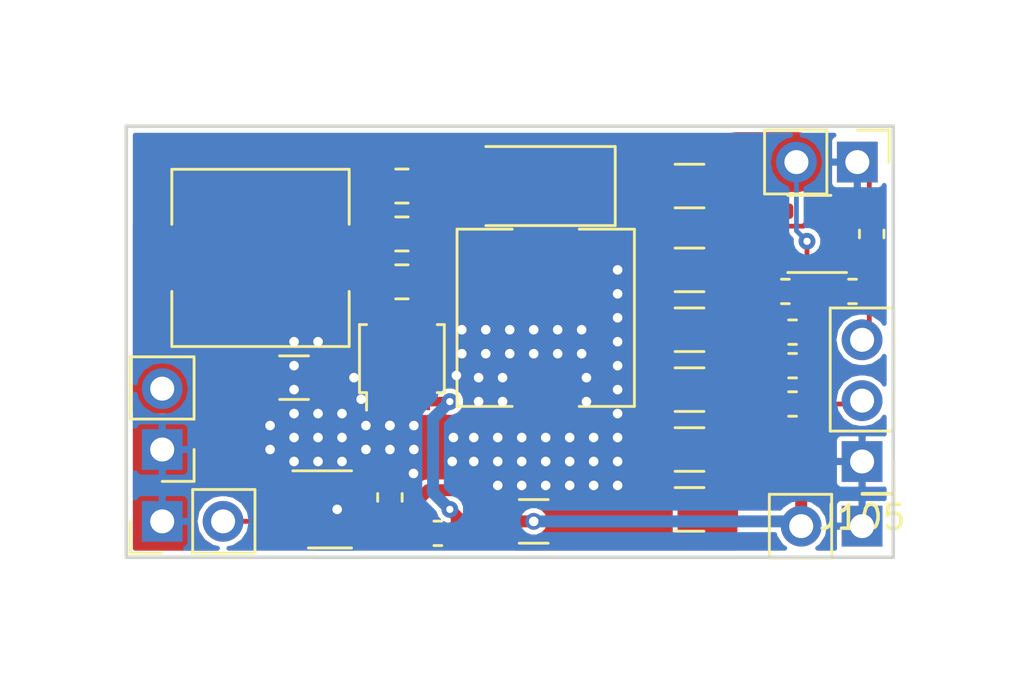
<source format=kicad_pcb>
(kicad_pcb (version 20171130) (host pcbnew 5.0.1-33cea8e~68~ubuntu16.04.1)

  (general
    (thickness 1.6)
    (drawings 4)
    (tracks 154)
    (zones 0)
    (modules 30)
    (nets 14)
  )

  (page A4)
  (layers
    (0 F.Cu signal)
    (31 B.Cu signal)
    (32 B.Adhes user)
    (33 F.Adhes user)
    (34 B.Paste user)
    (35 F.Paste user)
    (36 B.SilkS user)
    (37 F.SilkS user)
    (38 B.Mask user)
    (39 F.Mask user)
    (40 Dwgs.User user)
    (41 Cmts.User user)
    (42 Eco1.User user)
    (43 Eco2.User user)
    (44 Edge.Cuts user)
    (45 Margin user)
    (46 B.CrtYd user)
    (47 F.CrtYd user)
    (48 B.Fab user)
    (49 F.Fab user)
  )

  (setup
    (last_trace_width 0.2)
    (trace_clearance 0.2)
    (zone_clearance 0.2)
    (zone_45_only no)
    (trace_min 0.2)
    (segment_width 0.2)
    (edge_width 0.15)
    (via_size 0.7)
    (via_drill 0.4)
    (via_min_size 0.4)
    (via_min_drill 0.3)
    (uvia_size 0.3)
    (uvia_drill 0.1)
    (uvias_allowed no)
    (uvia_min_size 0.2)
    (uvia_min_drill 0.1)
    (pcb_text_width 0.3)
    (pcb_text_size 1.5 1.5)
    (mod_edge_width 0.15)
    (mod_text_size 1 1)
    (mod_text_width 0.15)
    (pad_size 1.524 1.524)
    (pad_drill 0.762)
    (pad_to_mask_clearance 0.08)
    (solder_mask_min_width 0.08)
    (aux_axis_origin 134 108)
    (visible_elements FFFFFF7F)
    (pcbplotparams
      (layerselection 0x010fc_ffffffff)
      (usegerberextensions false)
      (usegerberattributes false)
      (usegerberadvancedattributes false)
      (creategerberjobfile false)
      (excludeedgelayer true)
      (linewidth 0.100000)
      (plotframeref false)
      (viasonmask false)
      (mode 1)
      (useauxorigin false)
      (hpglpennumber 1)
      (hpglpenspeed 20)
      (hpglpendiameter 15.000000)
      (psnegative false)
      (psa4output false)
      (plotreference true)
      (plotvalue true)
      (plotinvisibletext false)
      (padsonsilk false)
      (subtractmaskfromsilk false)
      (outputformat 1)
      (mirror false)
      (drillshape 1)
      (scaleselection 1)
      (outputdirectory ""))
  )

  (net 0 "")
  (net 1 /VOUT)
  (net 2 /SEPIC_OUT)
  (net 3 GND)
  (net 4 +5V)
  (net 5 "Net-(J102-Pad2)")
  (net 6 /GATE)
  (net 7 /SW)
  (net 8 /SW2)
  (net 9 /VIN)
  (net 10 "Net-(R101-Pad2)")
  (net 11 "Net-(U102-Pad1)")
  (net 12 /IMEAS)
  (net 13 /VMEAS)

  (net_class Default "This is the default net class."
    (clearance 0.2)
    (trace_width 0.2)
    (via_dia 0.7)
    (via_drill 0.4)
    (uvia_dia 0.3)
    (uvia_drill 0.1)
    (diff_pair_gap 0.2)
    (diff_pair_width 0.2)
    (add_net +5V)
    (add_net /GATE)
    (add_net /IMEAS)
    (add_net /SEPIC_OUT)
    (add_net /SW)
    (add_net /SW2)
    (add_net /VIN)
    (add_net /VMEAS)
    (add_net /VOUT)
    (add_net GND)
    (add_net "Net-(J102-Pad2)")
    (add_net "Net-(R101-Pad2)")
    (add_net "Net-(U102-Pad1)")
  )

  (module sot:SOT-23-5 (layer F.Cu) (tedit 5BF6FBE6) (tstamp 5BF83FBA)
    (at 142.5 106)
    (descr "5-pin SOT23 package")
    (tags SOT-23-5)
    (path /5BF55D76)
    (attr smd)
    (fp_text reference U102 (at 0 2.2) (layer F.SilkS) hide
      (effects (font (size 0.6 0.6) (thickness 0.13)))
    )
    (fp_text value UCC2751x (at 1.3 0 90) (layer F.Fab)
      (effects (font (size 0.3 0.3) (thickness 0.05)))
    )
    (fp_line (start 0.9 -1.55) (end 0.9 1.55) (layer F.Fab) (width 0.15))
    (fp_line (start 0.9 1.55) (end -0.9 1.55) (layer F.Fab) (width 0.15))
    (fp_line (start -0.9 -0.9) (end -0.9 1.55) (layer F.Fab) (width 0.15))
    (fp_line (start 0.9 -1.55) (end -0.25 -1.55) (layer F.Fab) (width 0.15))
    (fp_line (start -0.9 -0.9) (end -0.25 -1.55) (layer F.Fab) (width 0.15))
    (fp_line (start -1.9 1.8) (end -1.9 -1.8) (layer F.CrtYd) (width 0.05))
    (fp_line (start 1.9 1.8) (end -1.9 1.8) (layer F.CrtYd) (width 0.05))
    (fp_line (start 1.9 -1.8) (end 1.9 1.8) (layer F.CrtYd) (width 0.05))
    (fp_line (start -1.9 -1.8) (end 1.9 -1.8) (layer F.CrtYd) (width 0.05))
    (fp_line (start 0.9 -1.61) (end -1.55 -1.61) (layer F.SilkS) (width 0.12))
    (fp_line (start -0.9 1.61) (end 0.9 1.61) (layer F.SilkS) (width 0.12))
    (fp_text user %R (at 0 0 90) (layer F.Fab)
      (effects (font (size 0.6 0.6) (thickness 0.1)))
    )
    (pad 5 smd roundrect (at 1.2 -0.95) (size 1.06 0.65) (layers F.Cu F.Paste F.Mask) (roundrect_rratio 0.25)
      (net 4 +5V))
    (pad 4 smd roundrect (at 1.2 0.95) (size 1.06 0.65) (layers F.Cu F.Paste F.Mask) (roundrect_rratio 0.25)
      (net 10 "Net-(R101-Pad2)"))
    (pad 3 smd roundrect (at -1.2 0.95) (size 1.06 0.65) (layers F.Cu F.Paste F.Mask) (roundrect_rratio 0.25)
      (net 5 "Net-(J102-Pad2)"))
    (pad 2 smd roundrect (at -1.2 0) (size 1.06 0.65) (layers F.Cu F.Paste F.Mask) (roundrect_rratio 0.25)
      (net 3 GND))
    (pad 1 smd roundrect (at -1.2 -0.95) (size 1.06 0.65) (layers F.Cu F.Paste F.Mask) (roundrect_rratio 0.25)
      (net 11 "Net-(U102-Pad1)"))
    (model ${KISYS3DMOD}/Package_TO_SOT_SMD.3dshapes/SOT-23-5.wrl
      (at (xyz 0 0 0))
      (scale (xyz 1 1 1))
      (rotate (xyz 0 0 0))
    )
  )

  (module sot:SOT-23-5 (layer F.Cu) (tedit 5BF6FBE2) (tstamp 5BF83FA6)
    (at 162.5 94.5 180)
    (descr "5-pin SOT23 package")
    (tags SOT-23-5)
    (path /5BEB623C)
    (attr smd)
    (fp_text reference U101 (at 0 2.2 180) (layer F.SilkS) hide
      (effects (font (size 0.6 0.6) (thickness 0.13)))
    )
    (fp_text value INA138 (at 1.3 0 270) (layer F.Fab)
      (effects (font (size 0.3 0.3) (thickness 0.05)))
    )
    (fp_text user %R (at 0 0 270) (layer F.Fab)
      (effects (font (size 0.6 0.6) (thickness 0.1)))
    )
    (fp_line (start -0.9 1.61) (end 0.9 1.61) (layer F.SilkS) (width 0.12))
    (fp_line (start 0.9 -1.61) (end -1.55 -1.61) (layer F.SilkS) (width 0.12))
    (fp_line (start -1.9 -1.8) (end 1.9 -1.8) (layer F.CrtYd) (width 0.05))
    (fp_line (start 1.9 -1.8) (end 1.9 1.8) (layer F.CrtYd) (width 0.05))
    (fp_line (start 1.9 1.8) (end -1.9 1.8) (layer F.CrtYd) (width 0.05))
    (fp_line (start -1.9 1.8) (end -1.9 -1.8) (layer F.CrtYd) (width 0.05))
    (fp_line (start -0.9 -0.9) (end -0.25 -1.55) (layer F.Fab) (width 0.15))
    (fp_line (start 0.9 -1.55) (end -0.25 -1.55) (layer F.Fab) (width 0.15))
    (fp_line (start -0.9 -0.9) (end -0.9 1.55) (layer F.Fab) (width 0.15))
    (fp_line (start 0.9 1.55) (end -0.9 1.55) (layer F.Fab) (width 0.15))
    (fp_line (start 0.9 -1.55) (end 0.9 1.55) (layer F.Fab) (width 0.15))
    (pad 1 smd roundrect (at -1.2 -0.95 180) (size 1.06 0.65) (layers F.Cu F.Paste F.Mask) (roundrect_rratio 0.25)
      (net 12 /IMEAS))
    (pad 2 smd roundrect (at -1.2 0 180) (size 1.06 0.65) (layers F.Cu F.Paste F.Mask) (roundrect_rratio 0.25)
      (net 3 GND))
    (pad 3 smd roundrect (at -1.2 0.95 180) (size 1.06 0.65) (layers F.Cu F.Paste F.Mask) (roundrect_rratio 0.25)
      (net 2 /SEPIC_OUT))
    (pad 4 smd roundrect (at 1.2 0.95 180) (size 1.06 0.65) (layers F.Cu F.Paste F.Mask) (roundrect_rratio 0.25)
      (net 1 /VOUT))
    (pad 5 smd roundrect (at 1.2 -0.95 180) (size 1.06 0.65) (layers F.Cu F.Paste F.Mask) (roundrect_rratio 0.25)
      (net 4 +5V))
    (model ${KISYS3DMOD}/Package_TO_SOT_SMD.3dshapes/SOT-23-5.wrl
      (at (xyz 0 0 0))
      (scale (xyz 1 1 1))
      (rotate (xyz 0 0 0))
    )
  )

  (module Capacitor_SMD:C_0603_1608Metric (layer F.Cu) (tedit 5BF6E89E) (tstamp 5BF7B4B0)
    (at 161.8 101.6)
    (descr "Capacitor SMD 0603 (1608 Metric), square (rectangular) end terminal, IPC_7351 nominal, (Body size source: http://www.tortai-tech.com/upload/download/2011102023233369053.pdf), generated with kicad-footprint-generator")
    (tags capacitor)
    (path /5BF7177B)
    (attr smd)
    (fp_text reference C1 (at 0 -1.43) (layer F.SilkS) hide
      (effects (font (size 1 1) (thickness 0.15)))
    )
    (fp_text value 0.1u (at 0 1.43) (layer F.Fab)
      (effects (font (size 1 1) (thickness 0.15)))
    )
    (fp_line (start -0.8 0.4) (end -0.8 -0.4) (layer F.Fab) (width 0.1))
    (fp_line (start -0.8 -0.4) (end 0.8 -0.4) (layer F.Fab) (width 0.1))
    (fp_line (start 0.8 -0.4) (end 0.8 0.4) (layer F.Fab) (width 0.1))
    (fp_line (start 0.8 0.4) (end -0.8 0.4) (layer F.Fab) (width 0.1))
    (fp_line (start -0.162779 -0.51) (end 0.162779 -0.51) (layer F.SilkS) (width 0.12))
    (fp_line (start -0.162779 0.51) (end 0.162779 0.51) (layer F.SilkS) (width 0.12))
    (fp_line (start -1.48 0.73) (end -1.48 -0.73) (layer F.CrtYd) (width 0.05))
    (fp_line (start -1.48 -0.73) (end 1.48 -0.73) (layer F.CrtYd) (width 0.05))
    (fp_line (start 1.48 -0.73) (end 1.48 0.73) (layer F.CrtYd) (width 0.05))
    (fp_line (start 1.48 0.73) (end -1.48 0.73) (layer F.CrtYd) (width 0.05))
    (fp_text user %R (at 0 0) (layer F.Fab)
      (effects (font (size 0.4 0.4) (thickness 0.06)))
    )
    (pad 1 smd roundrect (at -0.7875 0) (size 0.875 0.95) (layers F.Cu F.Paste F.Mask) (roundrect_rratio 0.25)
      (net 3 GND))
    (pad 2 smd roundrect (at 0.7875 0) (size 0.875 0.95) (layers F.Cu F.Paste F.Mask) (roundrect_rratio 0.25)
      (net 13 /VMEAS))
    (model ${KISYS3DMOD}/Capacitor_SMD.3dshapes/C_0603_1608Metric.wrl
      (at (xyz 0 0 0))
      (scale (xyz 1 1 1))
      (rotate (xyz 0 0 0))
    )
  )

  (module Connector_PinHeader_2.54mm:PinHeader_1x03_P2.54mm_Vertical (layer F.Cu) (tedit 59FED5CC) (tstamp 5BF7B2A2)
    (at 164.7 104 180)
    (descr "Through hole straight pin header, 1x03, 2.54mm pitch, single row")
    (tags "Through hole pin header THT 1x03 2.54mm single row")
    (path /5BF724E8)
    (fp_text reference J105 (at 0 -2.33 180) (layer F.SilkS)
      (effects (font (size 1 1) (thickness 0.15)))
    )
    (fp_text value Conn_01x03_Male (at 0 7.41 180) (layer F.Fab)
      (effects (font (size 1 1) (thickness 0.15)))
    )
    (fp_line (start -0.635 -1.27) (end 1.27 -1.27) (layer F.Fab) (width 0.1))
    (fp_line (start 1.27 -1.27) (end 1.27 6.35) (layer F.Fab) (width 0.1))
    (fp_line (start 1.27 6.35) (end -1.27 6.35) (layer F.Fab) (width 0.1))
    (fp_line (start -1.27 6.35) (end -1.27 -0.635) (layer F.Fab) (width 0.1))
    (fp_line (start -1.27 -0.635) (end -0.635 -1.27) (layer F.Fab) (width 0.1))
    (fp_line (start -1.33 6.41) (end 1.33 6.41) (layer F.SilkS) (width 0.12))
    (fp_line (start -1.33 1.27) (end -1.33 6.41) (layer F.SilkS) (width 0.12))
    (fp_line (start 1.33 1.27) (end 1.33 6.41) (layer F.SilkS) (width 0.12))
    (fp_line (start -1.33 1.27) (end 1.33 1.27) (layer F.SilkS) (width 0.12))
    (fp_line (start -1.33 0) (end -1.33 -1.33) (layer F.SilkS) (width 0.12))
    (fp_line (start -1.33 -1.33) (end 0 -1.33) (layer F.SilkS) (width 0.12))
    (fp_line (start -1.8 -1.8) (end -1.8 6.85) (layer F.CrtYd) (width 0.05))
    (fp_line (start -1.8 6.85) (end 1.8 6.85) (layer F.CrtYd) (width 0.05))
    (fp_line (start 1.8 6.85) (end 1.8 -1.8) (layer F.CrtYd) (width 0.05))
    (fp_line (start 1.8 -1.8) (end -1.8 -1.8) (layer F.CrtYd) (width 0.05))
    (fp_text user %R (at 0 2.54 270) (layer F.Fab)
      (effects (font (size 1 1) (thickness 0.15)))
    )
    (pad 1 thru_hole rect (at 0 0 180) (size 1.7 1.7) (drill 1) (layers *.Cu *.Mask)
      (net 3 GND))
    (pad 2 thru_hole oval (at 0 2.54 180) (size 1.7 1.7) (drill 1) (layers *.Cu *.Mask)
      (net 13 /VMEAS))
    (pad 3 thru_hole oval (at 0 5.08 180) (size 1.7 1.7) (drill 1) (layers *.Cu *.Mask)
      (net 12 /IMEAS))
    (model ${KISYS3DMOD}/Connector_PinHeader_2.54mm.3dshapes/PinHeader_1x03_P2.54mm_Vertical.wrl
      (at (xyz 0 0 0))
      (scale (xyz 1 1 1))
      (rotate (xyz 0 0 0))
    )
  )

  (module Resistor_SMD:R_0603_1608Metric (layer F.Cu) (tedit 5BF6E8A4) (tstamp 5BF7B171)
    (at 161.8 98.6 180)
    (descr "Resistor SMD 0603 (1608 Metric), square (rectangular) end terminal, IPC_7351 nominal, (Body size source: http://www.tortai-tech.com/upload/download/2011102023233369053.pdf), generated with kicad-footprint-generator")
    (tags resistor)
    (path /5BF703FD)
    (attr smd)
    (fp_text reference R1 (at 0 -1.43 180) (layer F.SilkS) hide
      (effects (font (size 1 1) (thickness 0.15)))
    )
    (fp_text value 100k (at 0 1.43 180) (layer F.Fab)
      (effects (font (size 1 1) (thickness 0.15)))
    )
    (fp_text user %R (at 0 0 180) (layer F.Fab)
      (effects (font (size 0.4 0.4) (thickness 0.06)))
    )
    (fp_line (start 1.48 0.73) (end -1.48 0.73) (layer F.CrtYd) (width 0.05))
    (fp_line (start 1.48 -0.73) (end 1.48 0.73) (layer F.CrtYd) (width 0.05))
    (fp_line (start -1.48 -0.73) (end 1.48 -0.73) (layer F.CrtYd) (width 0.05))
    (fp_line (start -1.48 0.73) (end -1.48 -0.73) (layer F.CrtYd) (width 0.05))
    (fp_line (start -0.162779 0.51) (end 0.162779 0.51) (layer F.SilkS) (width 0.12))
    (fp_line (start -0.162779 -0.51) (end 0.162779 -0.51) (layer F.SilkS) (width 0.12))
    (fp_line (start 0.8 0.4) (end -0.8 0.4) (layer F.Fab) (width 0.1))
    (fp_line (start 0.8 -0.4) (end 0.8 0.4) (layer F.Fab) (width 0.1))
    (fp_line (start -0.8 -0.4) (end 0.8 -0.4) (layer F.Fab) (width 0.1))
    (fp_line (start -0.8 0.4) (end -0.8 -0.4) (layer F.Fab) (width 0.1))
    (pad 2 smd roundrect (at 0.7875 0 180) (size 0.875 0.95) (layers F.Cu F.Paste F.Mask) (roundrect_rratio 0.25)
      (net 1 /VOUT))
    (pad 1 smd roundrect (at -0.7875 0 180) (size 0.875 0.95) (layers F.Cu F.Paste F.Mask) (roundrect_rratio 0.25)
      (net 13 /VMEAS))
    (model ${KISYS3DMOD}/Resistor_SMD.3dshapes/R_0603_1608Metric.wrl
      (at (xyz 0 0 0))
      (scale (xyz 1 1 1))
      (rotate (xyz 0 0 0))
    )
  )

  (module Resistor_SMD:R_0603_1608Metric (layer F.Cu) (tedit 5BF6E899) (tstamp 5BF7B160)
    (at 161.8 100)
    (descr "Resistor SMD 0603 (1608 Metric), square (rectangular) end terminal, IPC_7351 nominal, (Body size source: http://www.tortai-tech.com/upload/download/2011102023233369053.pdf), generated with kicad-footprint-generator")
    (tags resistor)
    (path /5BF6FB18)
    (attr smd)
    (fp_text reference R2 (at 0 -1.43) (layer F.SilkS) hide
      (effects (font (size 1 1) (thickness 0.15)))
    )
    (fp_text value 22k (at 0 1.43) (layer F.Fab)
      (effects (font (size 1 1) (thickness 0.15)))
    )
    (fp_line (start -0.8 0.4) (end -0.8 -0.4) (layer F.Fab) (width 0.1))
    (fp_line (start -0.8 -0.4) (end 0.8 -0.4) (layer F.Fab) (width 0.1))
    (fp_line (start 0.8 -0.4) (end 0.8 0.4) (layer F.Fab) (width 0.1))
    (fp_line (start 0.8 0.4) (end -0.8 0.4) (layer F.Fab) (width 0.1))
    (fp_line (start -0.162779 -0.51) (end 0.162779 -0.51) (layer F.SilkS) (width 0.12))
    (fp_line (start -0.162779 0.51) (end 0.162779 0.51) (layer F.SilkS) (width 0.12))
    (fp_line (start -1.48 0.73) (end -1.48 -0.73) (layer F.CrtYd) (width 0.05))
    (fp_line (start -1.48 -0.73) (end 1.48 -0.73) (layer F.CrtYd) (width 0.05))
    (fp_line (start 1.48 -0.73) (end 1.48 0.73) (layer F.CrtYd) (width 0.05))
    (fp_line (start 1.48 0.73) (end -1.48 0.73) (layer F.CrtYd) (width 0.05))
    (fp_text user %R (at 0 0) (layer F.Fab)
      (effects (font (size 0.4 0.4) (thickness 0.06)))
    )
    (pad 1 smd roundrect (at -0.7875 0) (size 0.875 0.95) (layers F.Cu F.Paste F.Mask) (roundrect_rratio 0.25)
      (net 3 GND))
    (pad 2 smd roundrect (at 0.7875 0) (size 0.875 0.95) (layers F.Cu F.Paste F.Mask) (roundrect_rratio 0.25)
      (net 13 /VMEAS))
    (model ${KISYS3DMOD}/Resistor_SMD.3dshapes/R_0603_1608Metric.wrl
      (at (xyz 0 0 0))
      (scale (xyz 1 1 1))
      (rotate (xyz 0 0 0))
    )
  )

  (module Capacitor_SMD:C_0603_1608Metric (layer F.Cu) (tedit 5BF536B2) (tstamp 5BF6216D)
    (at 145 105.5 90)
    (descr "Capacitor SMD 0603 (1608 Metric), square (rectangular) end terminal, IPC_7351 nominal, (Body size source: http://www.tortai-tech.com/upload/download/2011102023233369053.pdf), generated with kicad-footprint-generator")
    (tags capacitor)
    (path /5BF56065)
    (attr smd)
    (fp_text reference C105 (at 0 -1.43 90) (layer F.SilkS) hide
      (effects (font (size 1 1) (thickness 0.15)))
    )
    (fp_text value 0.1u (at 0 1.43 90) (layer F.Fab)
      (effects (font (size 1 1) (thickness 0.15)))
    )
    (fp_line (start -0.8 0.4) (end -0.8 -0.4) (layer F.Fab) (width 0.1))
    (fp_line (start -0.8 -0.4) (end 0.8 -0.4) (layer F.Fab) (width 0.1))
    (fp_line (start 0.8 -0.4) (end 0.8 0.4) (layer F.Fab) (width 0.1))
    (fp_line (start 0.8 0.4) (end -0.8 0.4) (layer F.Fab) (width 0.1))
    (fp_line (start -0.162779 -0.51) (end 0.162779 -0.51) (layer F.SilkS) (width 0.12))
    (fp_line (start -0.162779 0.51) (end 0.162779 0.51) (layer F.SilkS) (width 0.12))
    (fp_line (start -1.48 0.73) (end -1.48 -0.73) (layer F.CrtYd) (width 0.05))
    (fp_line (start -1.48 -0.73) (end 1.48 -0.73) (layer F.CrtYd) (width 0.05))
    (fp_line (start 1.48 -0.73) (end 1.48 0.73) (layer F.CrtYd) (width 0.05))
    (fp_line (start 1.48 0.73) (end -1.48 0.73) (layer F.CrtYd) (width 0.05))
    (fp_text user %R (at 0 0 90) (layer F.Fab)
      (effects (font (size 0.4 0.4) (thickness 0.06)))
    )
    (pad 1 smd roundrect (at -0.7875 0 90) (size 0.875 0.95) (layers F.Cu F.Paste F.Mask) (roundrect_rratio 0.25)
      (net 4 +5V))
    (pad 2 smd roundrect (at 0.7875 0 90) (size 0.875 0.95) (layers F.Cu F.Paste F.Mask) (roundrect_rratio 0.25)
      (net 3 GND))
    (model ${KISYS3DMOD}/Capacitor_SMD.3dshapes/C_0603_1608Metric.wrl
      (at (xyz 0 0 0))
      (scale (xyz 1 1 1))
      (rotate (xyz 0 0 0))
    )
  )

  (module Capacitor_SMD:C_0603_1608Metric (layer F.Cu) (tedit 5BF53524) (tstamp 5BF608A5)
    (at 161.5 96.9 180)
    (descr "Capacitor SMD 0603 (1608 Metric), square (rectangular) end terminal, IPC_7351 nominal, (Body size source: http://www.tortai-tech.com/upload/download/2011102023233369053.pdf), generated with kicad-footprint-generator")
    (tags capacitor)
    (path /5BEBD578)
    (attr smd)
    (fp_text reference C111 (at 0 -1.43 180) (layer F.SilkS) hide
      (effects (font (size 1 1) (thickness 0.15)))
    )
    (fp_text value 0.1u (at 0 1.43 180) (layer F.Fab)
      (effects (font (size 1 1) (thickness 0.15)))
    )
    (fp_text user %R (at 0 0 180) (layer F.Fab)
      (effects (font (size 0.4 0.4) (thickness 0.06)))
    )
    (fp_line (start 1.48 0.73) (end -1.48 0.73) (layer F.CrtYd) (width 0.05))
    (fp_line (start 1.48 -0.73) (end 1.48 0.73) (layer F.CrtYd) (width 0.05))
    (fp_line (start -1.48 -0.73) (end 1.48 -0.73) (layer F.CrtYd) (width 0.05))
    (fp_line (start -1.48 0.73) (end -1.48 -0.73) (layer F.CrtYd) (width 0.05))
    (fp_line (start -0.162779 0.51) (end 0.162779 0.51) (layer F.SilkS) (width 0.12))
    (fp_line (start -0.162779 -0.51) (end 0.162779 -0.51) (layer F.SilkS) (width 0.12))
    (fp_line (start 0.8 0.4) (end -0.8 0.4) (layer F.Fab) (width 0.1))
    (fp_line (start 0.8 -0.4) (end 0.8 0.4) (layer F.Fab) (width 0.1))
    (fp_line (start -0.8 -0.4) (end 0.8 -0.4) (layer F.Fab) (width 0.1))
    (fp_line (start -0.8 0.4) (end -0.8 -0.4) (layer F.Fab) (width 0.1))
    (pad 2 smd roundrect (at 0.7875 0 180) (size 0.875 0.95) (layers F.Cu F.Paste F.Mask) (roundrect_rratio 0.25)
      (net 4 +5V))
    (pad 1 smd roundrect (at -0.7875 0 180) (size 0.875 0.95) (layers F.Cu F.Paste F.Mask) (roundrect_rratio 0.25)
      (net 3 GND))
    (model ${KISYS3DMOD}/Capacitor_SMD.3dshapes/C_0603_1608Metric.wrl
      (at (xyz 0 0 0))
      (scale (xyz 1 1 1))
      (rotate (xyz 0 0 0))
    )
  )

  (module Capacitor_SMD:C_0603_1608Metric (layer F.Cu) (tedit 5BF53521) (tstamp 5BF60895)
    (at 165.1 94.5 270)
    (descr "Capacitor SMD 0603 (1608 Metric), square (rectangular) end terminal, IPC_7351 nominal, (Body size source: http://www.tortai-tech.com/upload/download/2011102023233369053.pdf), generated with kicad-footprint-generator")
    (tags capacitor)
    (path /5BEBE915)
    (attr smd)
    (fp_text reference C112 (at 0 -1.43 270) (layer F.SilkS) hide
      (effects (font (size 1 1) (thickness 0.15)))
    )
    (fp_text value 0.1u (at 0 1.43 270) (layer F.Fab)
      (effects (font (size 1 1) (thickness 0.15)))
    )
    (fp_line (start -0.8 0.4) (end -0.8 -0.4) (layer F.Fab) (width 0.1))
    (fp_line (start -0.8 -0.4) (end 0.8 -0.4) (layer F.Fab) (width 0.1))
    (fp_line (start 0.8 -0.4) (end 0.8 0.4) (layer F.Fab) (width 0.1))
    (fp_line (start 0.8 0.4) (end -0.8 0.4) (layer F.Fab) (width 0.1))
    (fp_line (start -0.162779 -0.51) (end 0.162779 -0.51) (layer F.SilkS) (width 0.12))
    (fp_line (start -0.162779 0.51) (end 0.162779 0.51) (layer F.SilkS) (width 0.12))
    (fp_line (start -1.48 0.73) (end -1.48 -0.73) (layer F.CrtYd) (width 0.05))
    (fp_line (start -1.48 -0.73) (end 1.48 -0.73) (layer F.CrtYd) (width 0.05))
    (fp_line (start 1.48 -0.73) (end 1.48 0.73) (layer F.CrtYd) (width 0.05))
    (fp_line (start 1.48 0.73) (end -1.48 0.73) (layer F.CrtYd) (width 0.05))
    (fp_text user %R (at 0 0 270) (layer F.Fab)
      (effects (font (size 0.4 0.4) (thickness 0.06)))
    )
    (pad 1 smd roundrect (at -0.7875 0 270) (size 0.875 0.95) (layers F.Cu F.Paste F.Mask) (roundrect_rratio 0.25)
      (net 3 GND))
    (pad 2 smd roundrect (at 0.7875 0 270) (size 0.875 0.95) (layers F.Cu F.Paste F.Mask) (roundrect_rratio 0.25)
      (net 12 /IMEAS))
    (model ${KISYS3DMOD}/Capacitor_SMD.3dshapes/C_0603_1608Metric.wrl
      (at (xyz 0 0 0))
      (scale (xyz 1 1 1))
      (rotate (xyz 0 0 0))
    )
  )

  (module Resistor_SMD:R_0603_1608Metric (layer F.Cu) (tedit 5BF53529) (tstamp 5BF6056B)
    (at 147 107 180)
    (descr "Resistor SMD 0603 (1608 Metric), square (rectangular) end terminal, IPC_7351 nominal, (Body size source: http://www.tortai-tech.com/upload/download/2011102023233369053.pdf), generated with kicad-footprint-generator")
    (tags resistor)
    (path /5BEB72E4)
    (attr smd)
    (fp_text reference R101 (at 0 -1.43 180) (layer F.SilkS) hide
      (effects (font (size 1 1) (thickness 0.15)))
    )
    (fp_text value 2.2 (at 0 1.43 180) (layer F.Fab)
      (effects (font (size 1 1) (thickness 0.15)))
    )
    (fp_text user %R (at 0 0 180) (layer F.Fab)
      (effects (font (size 0.4 0.4) (thickness 0.06)))
    )
    (fp_line (start 1.48 0.73) (end -1.48 0.73) (layer F.CrtYd) (width 0.05))
    (fp_line (start 1.48 -0.73) (end 1.48 0.73) (layer F.CrtYd) (width 0.05))
    (fp_line (start -1.48 -0.73) (end 1.48 -0.73) (layer F.CrtYd) (width 0.05))
    (fp_line (start -1.48 0.73) (end -1.48 -0.73) (layer F.CrtYd) (width 0.05))
    (fp_line (start -0.162779 0.51) (end 0.162779 0.51) (layer F.SilkS) (width 0.12))
    (fp_line (start -0.162779 -0.51) (end 0.162779 -0.51) (layer F.SilkS) (width 0.12))
    (fp_line (start 0.8 0.4) (end -0.8 0.4) (layer F.Fab) (width 0.1))
    (fp_line (start 0.8 -0.4) (end 0.8 0.4) (layer F.Fab) (width 0.1))
    (fp_line (start -0.8 -0.4) (end 0.8 -0.4) (layer F.Fab) (width 0.1))
    (fp_line (start -0.8 0.4) (end -0.8 -0.4) (layer F.Fab) (width 0.1))
    (pad 2 smd roundrect (at 0.7875 0 180) (size 0.875 0.95) (layers F.Cu F.Paste F.Mask) (roundrect_rratio 0.25)
      (net 10 "Net-(R101-Pad2)"))
    (pad 1 smd roundrect (at -0.7875 0 180) (size 0.875 0.95) (layers F.Cu F.Paste F.Mask) (roundrect_rratio 0.25)
      (net 6 /GATE))
    (model ${KISYS3DMOD}/Resistor_SMD.3dshapes/R_0603_1608Metric.wrl
      (at (xyz 0 0 0))
      (scale (xyz 1 1 1))
      (rotate (xyz 0 0 0))
    )
  )

  (module Resistor_SMD:R_0603_1608Metric (layer F.Cu) (tedit 5BF53527) (tstamp 5BF6055B)
    (at 164.3 96.9)
    (descr "Resistor SMD 0603 (1608 Metric), square (rectangular) end terminal, IPC_7351 nominal, (Body size source: http://www.tortai-tech.com/upload/download/2011102023233369053.pdf), generated with kicad-footprint-generator")
    (tags resistor)
    (path /5BEBB403)
    (attr smd)
    (fp_text reference R104 (at 0 -1.43) (layer F.SilkS) hide
      (effects (font (size 1 1) (thickness 0.15)))
    )
    (fp_text value 100k (at 0 1.43) (layer F.Fab)
      (effects (font (size 1 1) (thickness 0.15)))
    )
    (fp_line (start -0.8 0.4) (end -0.8 -0.4) (layer F.Fab) (width 0.1))
    (fp_line (start -0.8 -0.4) (end 0.8 -0.4) (layer F.Fab) (width 0.1))
    (fp_line (start 0.8 -0.4) (end 0.8 0.4) (layer F.Fab) (width 0.1))
    (fp_line (start 0.8 0.4) (end -0.8 0.4) (layer F.Fab) (width 0.1))
    (fp_line (start -0.162779 -0.51) (end 0.162779 -0.51) (layer F.SilkS) (width 0.12))
    (fp_line (start -0.162779 0.51) (end 0.162779 0.51) (layer F.SilkS) (width 0.12))
    (fp_line (start -1.48 0.73) (end -1.48 -0.73) (layer F.CrtYd) (width 0.05))
    (fp_line (start -1.48 -0.73) (end 1.48 -0.73) (layer F.CrtYd) (width 0.05))
    (fp_line (start 1.48 -0.73) (end 1.48 0.73) (layer F.CrtYd) (width 0.05))
    (fp_line (start 1.48 0.73) (end -1.48 0.73) (layer F.CrtYd) (width 0.05))
    (fp_text user %R (at 0 0) (layer F.Fab)
      (effects (font (size 0.4 0.4) (thickness 0.06)))
    )
    (pad 1 smd roundrect (at -0.7875 0) (size 0.875 0.95) (layers F.Cu F.Paste F.Mask) (roundrect_rratio 0.25)
      (net 3 GND))
    (pad 2 smd roundrect (at 0.7875 0) (size 0.875 0.95) (layers F.Cu F.Paste F.Mask) (roundrect_rratio 0.25)
      (net 12 /IMEAS))
    (model ${KISYS3DMOD}/Resistor_SMD.3dshapes/R_0603_1608Metric.wrl
      (at (xyz 0 0 0))
      (scale (xyz 1 1 1))
      (rotate (xyz 0 0 0))
    )
  )

  (module Capacitor_SMD:C_1206_3216Metric (layer F.Cu) (tedit 5BF5279E) (tstamp 5BF64E1E)
    (at 151 106.5 180)
    (descr "Capacitor SMD 1206 (3216 Metric), square (rectangular) end terminal, IPC_7351 nominal, (Body size source: http://www.tortai-tech.com/upload/download/2011102023233369053.pdf), generated with kicad-footprint-generator")
    (tags capacitor)
    (path /5BF5B0AF)
    (attr smd)
    (fp_text reference C113 (at 0 -1.82 180) (layer F.SilkS) hide
      (effects (font (size 1 1) (thickness 0.15)))
    )
    (fp_text value 22u (at 0 1.82 180) (layer F.Fab)
      (effects (font (size 1 1) (thickness 0.15)))
    )
    (fp_line (start -1.6 0.8) (end -1.6 -0.8) (layer F.Fab) (width 0.1))
    (fp_line (start -1.6 -0.8) (end 1.6 -0.8) (layer F.Fab) (width 0.1))
    (fp_line (start 1.6 -0.8) (end 1.6 0.8) (layer F.Fab) (width 0.1))
    (fp_line (start 1.6 0.8) (end -1.6 0.8) (layer F.Fab) (width 0.1))
    (fp_line (start -0.602064 -0.91) (end 0.602064 -0.91) (layer F.SilkS) (width 0.12))
    (fp_line (start -0.602064 0.91) (end 0.602064 0.91) (layer F.SilkS) (width 0.12))
    (fp_line (start -2.28 1.12) (end -2.28 -1.12) (layer F.CrtYd) (width 0.05))
    (fp_line (start -2.28 -1.12) (end 2.28 -1.12) (layer F.CrtYd) (width 0.05))
    (fp_line (start 2.28 -1.12) (end 2.28 1.12) (layer F.CrtYd) (width 0.05))
    (fp_line (start 2.28 1.12) (end -2.28 1.12) (layer F.CrtYd) (width 0.05))
    (fp_text user %R (at 0 0 180) (layer F.Fab)
      (effects (font (size 0.8 0.8) (thickness 0.12)))
    )
    (pad 1 smd roundrect (at -1.4 0 180) (size 1.25 1.75) (layers F.Cu F.Paste F.Mask) (roundrect_rratio 0.2)
      (net 3 GND))
    (pad 2 smd roundrect (at 1.4 0 180) (size 1.25 1.75) (layers F.Cu F.Paste F.Mask) (roundrect_rratio 0.2)
      (net 4 +5V))
    (model ${KISYS3DMOD}/Capacitor_SMD.3dshapes/C_1206_3216Metric.wrl
      (at (xyz 0 0 0))
      (scale (xyz 1 1 1))
      (rotate (xyz 0 0 0))
    )
  )

  (module Connector_PinHeader_2.54mm:PinHeader_1x02_P2.54mm_Vertical (layer F.Cu) (tedit 5BF526F7) (tstamp 5BF7B598)
    (at 164.7 106.7 270)
    (descr "Through hole straight pin header, 1x02, 2.54mm pitch, single row")
    (tags "Through hole pin header THT 1x02 2.54mm single row")
    (path /5BF5A5D5)
    (fp_text reference J106 (at 0 -2.33 270) (layer F.SilkS) hide
      (effects (font (size 1 1) (thickness 0.15)))
    )
    (fp_text value Conn_01x02_Male (at 0 4.87 270) (layer F.Fab)
      (effects (font (size 1 1) (thickness 0.15)))
    )
    (fp_line (start -0.635 -1.27) (end 1.27 -1.27) (layer F.Fab) (width 0.1))
    (fp_line (start 1.27 -1.27) (end 1.27 3.81) (layer F.Fab) (width 0.1))
    (fp_line (start 1.27 3.81) (end -1.27 3.81) (layer F.Fab) (width 0.1))
    (fp_line (start -1.27 3.81) (end -1.27 -0.635) (layer F.Fab) (width 0.1))
    (fp_line (start -1.27 -0.635) (end -0.635 -1.27) (layer F.Fab) (width 0.1))
    (fp_line (start -1.33 3.87) (end 1.33 3.87) (layer F.SilkS) (width 0.12))
    (fp_line (start -1.33 1.27) (end -1.33 3.87) (layer F.SilkS) (width 0.12))
    (fp_line (start 1.33 1.27) (end 1.33 3.87) (layer F.SilkS) (width 0.12))
    (fp_line (start -1.33 1.27) (end 1.33 1.27) (layer F.SilkS) (width 0.12))
    (fp_line (start -1.33 0) (end -1.33 -1.33) (layer F.SilkS) (width 0.12))
    (fp_line (start -1.33 -1.33) (end 0 -1.33) (layer F.SilkS) (width 0.12))
    (fp_line (start -1.8 -1.8) (end -1.8 4.35) (layer F.CrtYd) (width 0.05))
    (fp_line (start -1.8 4.35) (end 1.8 4.35) (layer F.CrtYd) (width 0.05))
    (fp_line (start 1.8 4.35) (end 1.8 -1.8) (layer F.CrtYd) (width 0.05))
    (fp_line (start 1.8 -1.8) (end -1.8 -1.8) (layer F.CrtYd) (width 0.05))
    (fp_text user %R (at 0 1.27) (layer F.Fab)
      (effects (font (size 1 1) (thickness 0.15)))
    )
    (pad 1 thru_hole rect (at 0 0 270) (size 1.7 1.7) (drill 1) (layers *.Cu *.Mask)
      (net 3 GND))
    (pad 2 thru_hole oval (at 0 2.54 270) (size 1.7 1.7) (drill 1) (layers *.Cu *.Mask)
      (net 4 +5V))
    (model ${KISYS3DMOD}/Connector_PinHeader_2.54mm.3dshapes/PinHeader_1x02_P2.54mm_Vertical.wrl
      (at (xyz 0 0 0))
      (scale (xyz 1 1 1))
      (rotate (xyz 0 0 0))
    )
  )

  (module Capacitor_SMD:C_0805_2012Metric (layer F.Cu) (tedit 5BF5256F) (tstamp 5BF5EF7E)
    (at 145.5 96.5 180)
    (descr "Capacitor SMD 0805 (2012 Metric), square (rectangular) end terminal, IPC_7351 nominal, (Body size source: https://docs.google.com/spreadsheets/d/1BsfQQcO9C6DZCsRaXUlFlo91Tg2WpOkGARC1WS5S8t0/edit?usp=sharing), generated with kicad-footprint-generator")
    (tags capacitor)
    (path /5BEB2513)
    (attr smd)
    (fp_text reference C102 (at 0 -1.65 180) (layer F.SilkS) hide
      (effects (font (size 1 1) (thickness 0.15)))
    )
    (fp_text value 4.7u (at 0 1.65 180) (layer F.Fab)
      (effects (font (size 1 1) (thickness 0.15)))
    )
    (fp_line (start -1 0.6) (end -1 -0.6) (layer F.Fab) (width 0.1))
    (fp_line (start -1 -0.6) (end 1 -0.6) (layer F.Fab) (width 0.1))
    (fp_line (start 1 -0.6) (end 1 0.6) (layer F.Fab) (width 0.1))
    (fp_line (start 1 0.6) (end -1 0.6) (layer F.Fab) (width 0.1))
    (fp_line (start -0.258578 -0.71) (end 0.258578 -0.71) (layer F.SilkS) (width 0.12))
    (fp_line (start -0.258578 0.71) (end 0.258578 0.71) (layer F.SilkS) (width 0.12))
    (fp_line (start -1.68 0.95) (end -1.68 -0.95) (layer F.CrtYd) (width 0.05))
    (fp_line (start -1.68 -0.95) (end 1.68 -0.95) (layer F.CrtYd) (width 0.05))
    (fp_line (start 1.68 -0.95) (end 1.68 0.95) (layer F.CrtYd) (width 0.05))
    (fp_line (start 1.68 0.95) (end -1.68 0.95) (layer F.CrtYd) (width 0.05))
    (fp_text user %R (at 0 0 180) (layer F.Fab)
      (effects (font (size 0.5 0.5) (thickness 0.08)))
    )
    (pad 1 smd roundrect (at -0.9375 0 180) (size 0.975 1.4) (layers F.Cu F.Paste F.Mask) (roundrect_rratio 0.25)
      (net 8 /SW2))
    (pad 2 smd roundrect (at 0.9375 0 180) (size 0.975 1.4) (layers F.Cu F.Paste F.Mask) (roundrect_rratio 0.25)
      (net 7 /SW))
    (model ${KISYS3DMOD}/Capacitor_SMD.3dshapes/C_0805_2012Metric.wrl
      (at (xyz 0 0 0))
      (scale (xyz 1 1 1))
      (rotate (xyz 0 0 0))
    )
  )

  (module Capacitor_SMD:C_0805_2012Metric (layer F.Cu) (tedit 5BF52575) (tstamp 5BF5EF6D)
    (at 145.5 92.5 180)
    (descr "Capacitor SMD 0805 (2012 Metric), square (rectangular) end terminal, IPC_7351 nominal, (Body size source: https://docs.google.com/spreadsheets/d/1BsfQQcO9C6DZCsRaXUlFlo91Tg2WpOkGARC1WS5S8t0/edit?usp=sharing), generated with kicad-footprint-generator")
    (tags capacitor)
    (path /5BEB24EF)
    (attr smd)
    (fp_text reference C103 (at 0 -1.65 180) (layer F.SilkS) hide
      (effects (font (size 1 1) (thickness 0.15)))
    )
    (fp_text value 4.7u (at 0 1.65 180) (layer F.Fab)
      (effects (font (size 1 1) (thickness 0.15)))
    )
    (fp_text user %R (at 0 0 180) (layer F.Fab)
      (effects (font (size 0.5 0.5) (thickness 0.08)))
    )
    (fp_line (start 1.68 0.95) (end -1.68 0.95) (layer F.CrtYd) (width 0.05))
    (fp_line (start 1.68 -0.95) (end 1.68 0.95) (layer F.CrtYd) (width 0.05))
    (fp_line (start -1.68 -0.95) (end 1.68 -0.95) (layer F.CrtYd) (width 0.05))
    (fp_line (start -1.68 0.95) (end -1.68 -0.95) (layer F.CrtYd) (width 0.05))
    (fp_line (start -0.258578 0.71) (end 0.258578 0.71) (layer F.SilkS) (width 0.12))
    (fp_line (start -0.258578 -0.71) (end 0.258578 -0.71) (layer F.SilkS) (width 0.12))
    (fp_line (start 1 0.6) (end -1 0.6) (layer F.Fab) (width 0.1))
    (fp_line (start 1 -0.6) (end 1 0.6) (layer F.Fab) (width 0.1))
    (fp_line (start -1 -0.6) (end 1 -0.6) (layer F.Fab) (width 0.1))
    (fp_line (start -1 0.6) (end -1 -0.6) (layer F.Fab) (width 0.1))
    (pad 2 smd roundrect (at 0.9375 0 180) (size 0.975 1.4) (layers F.Cu F.Paste F.Mask) (roundrect_rratio 0.25)
      (net 7 /SW))
    (pad 1 smd roundrect (at -0.9375 0 180) (size 0.975 1.4) (layers F.Cu F.Paste F.Mask) (roundrect_rratio 0.25)
      (net 8 /SW2))
    (model ${KISYS3DMOD}/Capacitor_SMD.3dshapes/C_0805_2012Metric.wrl
      (at (xyz 0 0 0))
      (scale (xyz 1 1 1))
      (rotate (xyz 0 0 0))
    )
  )

  (module Capacitor_SMD:C_0805_2012Metric (layer F.Cu) (tedit 5BF52572) (tstamp 5BF5EF5C)
    (at 145.5 94.5 180)
    (descr "Capacitor SMD 0805 (2012 Metric), square (rectangular) end terminal, IPC_7351 nominal, (Body size source: https://docs.google.com/spreadsheets/d/1BsfQQcO9C6DZCsRaXUlFlo91Tg2WpOkGARC1WS5S8t0/edit?usp=sharing), generated with kicad-footprint-generator")
    (tags capacitor)
    (path /5BEB21BE)
    (attr smd)
    (fp_text reference C104 (at 0 -1.65 180) (layer F.SilkS) hide
      (effects (font (size 1 1) (thickness 0.15)))
    )
    (fp_text value 4.7u (at 0 1.65 180) (layer F.Fab)
      (effects (font (size 1 1) (thickness 0.15)))
    )
    (fp_line (start -1 0.6) (end -1 -0.6) (layer F.Fab) (width 0.1))
    (fp_line (start -1 -0.6) (end 1 -0.6) (layer F.Fab) (width 0.1))
    (fp_line (start 1 -0.6) (end 1 0.6) (layer F.Fab) (width 0.1))
    (fp_line (start 1 0.6) (end -1 0.6) (layer F.Fab) (width 0.1))
    (fp_line (start -0.258578 -0.71) (end 0.258578 -0.71) (layer F.SilkS) (width 0.12))
    (fp_line (start -0.258578 0.71) (end 0.258578 0.71) (layer F.SilkS) (width 0.12))
    (fp_line (start -1.68 0.95) (end -1.68 -0.95) (layer F.CrtYd) (width 0.05))
    (fp_line (start -1.68 -0.95) (end 1.68 -0.95) (layer F.CrtYd) (width 0.05))
    (fp_line (start 1.68 -0.95) (end 1.68 0.95) (layer F.CrtYd) (width 0.05))
    (fp_line (start 1.68 0.95) (end -1.68 0.95) (layer F.CrtYd) (width 0.05))
    (fp_text user %R (at 0 0 180) (layer F.Fab)
      (effects (font (size 0.5 0.5) (thickness 0.08)))
    )
    (pad 1 smd roundrect (at -0.9375 0 180) (size 0.975 1.4) (layers F.Cu F.Paste F.Mask) (roundrect_rratio 0.25)
      (net 8 /SW2))
    (pad 2 smd roundrect (at 0.9375 0 180) (size 0.975 1.4) (layers F.Cu F.Paste F.Mask) (roundrect_rratio 0.25)
      (net 7 /SW))
    (model ${KISYS3DMOD}/Capacitor_SMD.3dshapes/C_0805_2012Metric.wrl
      (at (xyz 0 0 0))
      (scale (xyz 1 1 1))
      (rotate (xyz 0 0 0))
    )
  )

  (module Capacitor_SMD:C_1206_3216Metric (layer F.Cu) (tedit 5BF52589) (tstamp 5BF5EF4B)
    (at 157.5 106)
    (descr "Capacitor SMD 1206 (3216 Metric), square (rectangular) end terminal, IPC_7351 nominal, (Body size source: http://www.tortai-tech.com/upload/download/2011102023233369053.pdf), generated with kicad-footprint-generator")
    (tags capacitor)
    (path /5BEBA1D1)
    (attr smd)
    (fp_text reference C106 (at 0 -1.82) (layer F.SilkS) hide
      (effects (font (size 1 1) (thickness 0.15)))
    )
    (fp_text value 22u (at 0 1.82) (layer F.Fab)
      (effects (font (size 1 1) (thickness 0.15)))
    )
    (fp_text user %R (at 0 0) (layer F.Fab)
      (effects (font (size 0.8 0.8) (thickness 0.12)))
    )
    (fp_line (start 2.28 1.12) (end -2.28 1.12) (layer F.CrtYd) (width 0.05))
    (fp_line (start 2.28 -1.12) (end 2.28 1.12) (layer F.CrtYd) (width 0.05))
    (fp_line (start -2.28 -1.12) (end 2.28 -1.12) (layer F.CrtYd) (width 0.05))
    (fp_line (start -2.28 1.12) (end -2.28 -1.12) (layer F.CrtYd) (width 0.05))
    (fp_line (start -0.602064 0.91) (end 0.602064 0.91) (layer F.SilkS) (width 0.12))
    (fp_line (start -0.602064 -0.91) (end 0.602064 -0.91) (layer F.SilkS) (width 0.12))
    (fp_line (start 1.6 0.8) (end -1.6 0.8) (layer F.Fab) (width 0.1))
    (fp_line (start 1.6 -0.8) (end 1.6 0.8) (layer F.Fab) (width 0.1))
    (fp_line (start -1.6 -0.8) (end 1.6 -0.8) (layer F.Fab) (width 0.1))
    (fp_line (start -1.6 0.8) (end -1.6 -0.8) (layer F.Fab) (width 0.1))
    (pad 2 smd roundrect (at 1.4 0) (size 1.25 1.75) (layers F.Cu F.Paste F.Mask) (roundrect_rratio 0.2)
      (net 2 /SEPIC_OUT))
    (pad 1 smd roundrect (at -1.4 0) (size 1.25 1.75) (layers F.Cu F.Paste F.Mask) (roundrect_rratio 0.2)
      (net 3 GND))
    (model ${KISYS3DMOD}/Capacitor_SMD.3dshapes/C_1206_3216Metric.wrl
      (at (xyz 0 0 0))
      (scale (xyz 1 1 1))
      (rotate (xyz 0 0 0))
    )
  )

  (module Capacitor_SMD:C_1206_3216Metric (layer F.Cu) (tedit 5BF52584) (tstamp 5BF5EF3A)
    (at 157.5 101)
    (descr "Capacitor SMD 1206 (3216 Metric), square (rectangular) end terminal, IPC_7351 nominal, (Body size source: http://www.tortai-tech.com/upload/download/2011102023233369053.pdf), generated with kicad-footprint-generator")
    (tags capacitor)
    (path /5BEB216F)
    (attr smd)
    (fp_text reference C107 (at 0 -1.82) (layer F.SilkS) hide
      (effects (font (size 1 1) (thickness 0.15)))
    )
    (fp_text value 22u (at 0 1.82) (layer F.Fab)
      (effects (font (size 1 1) (thickness 0.15)))
    )
    (fp_line (start -1.6 0.8) (end -1.6 -0.8) (layer F.Fab) (width 0.1))
    (fp_line (start -1.6 -0.8) (end 1.6 -0.8) (layer F.Fab) (width 0.1))
    (fp_line (start 1.6 -0.8) (end 1.6 0.8) (layer F.Fab) (width 0.1))
    (fp_line (start 1.6 0.8) (end -1.6 0.8) (layer F.Fab) (width 0.1))
    (fp_line (start -0.602064 -0.91) (end 0.602064 -0.91) (layer F.SilkS) (width 0.12))
    (fp_line (start -0.602064 0.91) (end 0.602064 0.91) (layer F.SilkS) (width 0.12))
    (fp_line (start -2.28 1.12) (end -2.28 -1.12) (layer F.CrtYd) (width 0.05))
    (fp_line (start -2.28 -1.12) (end 2.28 -1.12) (layer F.CrtYd) (width 0.05))
    (fp_line (start 2.28 -1.12) (end 2.28 1.12) (layer F.CrtYd) (width 0.05))
    (fp_line (start 2.28 1.12) (end -2.28 1.12) (layer F.CrtYd) (width 0.05))
    (fp_text user %R (at 0 0) (layer F.Fab)
      (effects (font (size 0.8 0.8) (thickness 0.12)))
    )
    (pad 1 smd roundrect (at -1.4 0) (size 1.25 1.75) (layers F.Cu F.Paste F.Mask) (roundrect_rratio 0.2)
      (net 3 GND))
    (pad 2 smd roundrect (at 1.4 0) (size 1.25 1.75) (layers F.Cu F.Paste F.Mask) (roundrect_rratio 0.2)
      (net 2 /SEPIC_OUT))
    (model ${KISYS3DMOD}/Capacitor_SMD.3dshapes/C_1206_3216Metric.wrl
      (at (xyz 0 0 0))
      (scale (xyz 1 1 1))
      (rotate (xyz 0 0 0))
    )
  )

  (module Capacitor_SMD:C_1206_3216Metric (layer F.Cu) (tedit 5BF5257F) (tstamp 5BF5EF29)
    (at 157.5 96)
    (descr "Capacitor SMD 1206 (3216 Metric), square (rectangular) end terminal, IPC_7351 nominal, (Body size source: http://www.tortai-tech.com/upload/download/2011102023233369053.pdf), generated with kicad-footprint-generator")
    (tags capacitor)
    (path /5BEB376D)
    (attr smd)
    (fp_text reference C108 (at 0 -1.82) (layer F.SilkS) hide
      (effects (font (size 1 1) (thickness 0.15)))
    )
    (fp_text value 22u (at 0 1.82) (layer F.Fab)
      (effects (font (size 1 1) (thickness 0.15)))
    )
    (fp_text user %R (at 0 0) (layer F.Fab)
      (effects (font (size 0.8 0.8) (thickness 0.12)))
    )
    (fp_line (start 2.28 1.12) (end -2.28 1.12) (layer F.CrtYd) (width 0.05))
    (fp_line (start 2.28 -1.12) (end 2.28 1.12) (layer F.CrtYd) (width 0.05))
    (fp_line (start -2.28 -1.12) (end 2.28 -1.12) (layer F.CrtYd) (width 0.05))
    (fp_line (start -2.28 1.12) (end -2.28 -1.12) (layer F.CrtYd) (width 0.05))
    (fp_line (start -0.602064 0.91) (end 0.602064 0.91) (layer F.SilkS) (width 0.12))
    (fp_line (start -0.602064 -0.91) (end 0.602064 -0.91) (layer F.SilkS) (width 0.12))
    (fp_line (start 1.6 0.8) (end -1.6 0.8) (layer F.Fab) (width 0.1))
    (fp_line (start 1.6 -0.8) (end 1.6 0.8) (layer F.Fab) (width 0.1))
    (fp_line (start -1.6 -0.8) (end 1.6 -0.8) (layer F.Fab) (width 0.1))
    (fp_line (start -1.6 0.8) (end -1.6 -0.8) (layer F.Fab) (width 0.1))
    (pad 2 smd roundrect (at 1.4 0) (size 1.25 1.75) (layers F.Cu F.Paste F.Mask) (roundrect_rratio 0.2)
      (net 2 /SEPIC_OUT))
    (pad 1 smd roundrect (at -1.4 0) (size 1.25 1.75) (layers F.Cu F.Paste F.Mask) (roundrect_rratio 0.2)
      (net 3 GND))
    (model ${KISYS3DMOD}/Capacitor_SMD.3dshapes/C_1206_3216Metric.wrl
      (at (xyz 0 0 0))
      (scale (xyz 1 1 1))
      (rotate (xyz 0 0 0))
    )
  )

  (module Capacitor_SMD:C_1206_3216Metric (layer F.Cu) (tedit 5BF52582) (tstamp 5BF5EF18)
    (at 157.5 103.5)
    (descr "Capacitor SMD 1206 (3216 Metric), square (rectangular) end terminal, IPC_7351 nominal, (Body size source: http://www.tortai-tech.com/upload/download/2011102023233369053.pdf), generated with kicad-footprint-generator")
    (tags capacitor)
    (path /5BEB3799)
    (attr smd)
    (fp_text reference C109 (at 0 -1.82) (layer F.SilkS) hide
      (effects (font (size 1 1) (thickness 0.15)))
    )
    (fp_text value 22u (at 0 1.82) (layer F.Fab)
      (effects (font (size 1 1) (thickness 0.15)))
    )
    (fp_line (start -1.6 0.8) (end -1.6 -0.8) (layer F.Fab) (width 0.1))
    (fp_line (start -1.6 -0.8) (end 1.6 -0.8) (layer F.Fab) (width 0.1))
    (fp_line (start 1.6 -0.8) (end 1.6 0.8) (layer F.Fab) (width 0.1))
    (fp_line (start 1.6 0.8) (end -1.6 0.8) (layer F.Fab) (width 0.1))
    (fp_line (start -0.602064 -0.91) (end 0.602064 -0.91) (layer F.SilkS) (width 0.12))
    (fp_line (start -0.602064 0.91) (end 0.602064 0.91) (layer F.SilkS) (width 0.12))
    (fp_line (start -2.28 1.12) (end -2.28 -1.12) (layer F.CrtYd) (width 0.05))
    (fp_line (start -2.28 -1.12) (end 2.28 -1.12) (layer F.CrtYd) (width 0.05))
    (fp_line (start 2.28 -1.12) (end 2.28 1.12) (layer F.CrtYd) (width 0.05))
    (fp_line (start 2.28 1.12) (end -2.28 1.12) (layer F.CrtYd) (width 0.05))
    (fp_text user %R (at 0 0) (layer F.Fab)
      (effects (font (size 0.8 0.8) (thickness 0.12)))
    )
    (pad 1 smd roundrect (at -1.4 0) (size 1.25 1.75) (layers F.Cu F.Paste F.Mask) (roundrect_rratio 0.2)
      (net 3 GND))
    (pad 2 smd roundrect (at 1.4 0) (size 1.25 1.75) (layers F.Cu F.Paste F.Mask) (roundrect_rratio 0.2)
      (net 2 /SEPIC_OUT))
    (model ${KISYS3DMOD}/Capacitor_SMD.3dshapes/C_1206_3216Metric.wrl
      (at (xyz 0 0 0))
      (scale (xyz 1 1 1))
      (rotate (xyz 0 0 0))
    )
  )

  (module Capacitor_SMD:C_1206_3216Metric (layer F.Cu) (tedit 5BF52587) (tstamp 5BF5EF07)
    (at 157.5 98.5)
    (descr "Capacitor SMD 1206 (3216 Metric), square (rectangular) end terminal, IPC_7351 nominal, (Body size source: http://www.tortai-tech.com/upload/download/2011102023233369053.pdf), generated with kicad-footprint-generator")
    (tags capacitor)
    (path /5BEBA585)
    (attr smd)
    (fp_text reference C110 (at 0 -1.82) (layer F.SilkS) hide
      (effects (font (size 1 1) (thickness 0.15)))
    )
    (fp_text value 22u (at 0 1.82) (layer F.Fab)
      (effects (font (size 1 1) (thickness 0.15)))
    )
    (fp_text user %R (at 0 0) (layer F.Fab)
      (effects (font (size 0.8 0.8) (thickness 0.12)))
    )
    (fp_line (start 2.28 1.12) (end -2.28 1.12) (layer F.CrtYd) (width 0.05))
    (fp_line (start 2.28 -1.12) (end 2.28 1.12) (layer F.CrtYd) (width 0.05))
    (fp_line (start -2.28 -1.12) (end 2.28 -1.12) (layer F.CrtYd) (width 0.05))
    (fp_line (start -2.28 1.12) (end -2.28 -1.12) (layer F.CrtYd) (width 0.05))
    (fp_line (start -0.602064 0.91) (end 0.602064 0.91) (layer F.SilkS) (width 0.12))
    (fp_line (start -0.602064 -0.91) (end 0.602064 -0.91) (layer F.SilkS) (width 0.12))
    (fp_line (start 1.6 0.8) (end -1.6 0.8) (layer F.Fab) (width 0.1))
    (fp_line (start 1.6 -0.8) (end 1.6 0.8) (layer F.Fab) (width 0.1))
    (fp_line (start -1.6 -0.8) (end 1.6 -0.8) (layer F.Fab) (width 0.1))
    (fp_line (start -1.6 0.8) (end -1.6 -0.8) (layer F.Fab) (width 0.1))
    (pad 2 smd roundrect (at 1.4 0) (size 1.25 1.75) (layers F.Cu F.Paste F.Mask) (roundrect_rratio 0.2)
      (net 2 /SEPIC_OUT))
    (pad 1 smd roundrect (at -1.4 0) (size 1.25 1.75) (layers F.Cu F.Paste F.Mask) (roundrect_rratio 0.2)
      (net 3 GND))
    (model ${KISYS3DMOD}/Capacitor_SMD.3dshapes/C_1206_3216Metric.wrl
      (at (xyz 0 0 0))
      (scale (xyz 1 1 1))
      (rotate (xyz 0 0 0))
    )
  )

  (module Capacitor_SMD:C_1206_3216Metric (layer F.Cu) (tedit 5BF52568) (tstamp 5BF5EEF6)
    (at 141 100.5 180)
    (descr "Capacitor SMD 1206 (3216 Metric), square (rectangular) end terminal, IPC_7351 nominal, (Body size source: http://www.tortai-tech.com/upload/download/2011102023233369053.pdf), generated with kicad-footprint-generator")
    (tags capacitor)
    (path /5BEB34A3)
    (attr smd)
    (fp_text reference C101 (at 0 -1.82 180) (layer F.SilkS) hide
      (effects (font (size 1 1) (thickness 0.15)))
    )
    (fp_text value 22u (at 0 1.82 180) (layer F.Fab)
      (effects (font (size 1 1) (thickness 0.15)))
    )
    (fp_line (start -1.6 0.8) (end -1.6 -0.8) (layer F.Fab) (width 0.1))
    (fp_line (start -1.6 -0.8) (end 1.6 -0.8) (layer F.Fab) (width 0.1))
    (fp_line (start 1.6 -0.8) (end 1.6 0.8) (layer F.Fab) (width 0.1))
    (fp_line (start 1.6 0.8) (end -1.6 0.8) (layer F.Fab) (width 0.1))
    (fp_line (start -0.602064 -0.91) (end 0.602064 -0.91) (layer F.SilkS) (width 0.12))
    (fp_line (start -0.602064 0.91) (end 0.602064 0.91) (layer F.SilkS) (width 0.12))
    (fp_line (start -2.28 1.12) (end -2.28 -1.12) (layer F.CrtYd) (width 0.05))
    (fp_line (start -2.28 -1.12) (end 2.28 -1.12) (layer F.CrtYd) (width 0.05))
    (fp_line (start 2.28 -1.12) (end 2.28 1.12) (layer F.CrtYd) (width 0.05))
    (fp_line (start 2.28 1.12) (end -2.28 1.12) (layer F.CrtYd) (width 0.05))
    (fp_text user %R (at 0 0 180) (layer F.Fab)
      (effects (font (size 0.8 0.8) (thickness 0.12)))
    )
    (pad 1 smd roundrect (at -1.4 0 180) (size 1.25 1.75) (layers F.Cu F.Paste F.Mask) (roundrect_rratio 0.2)
      (net 3 GND))
    (pad 2 smd roundrect (at 1.4 0 180) (size 1.25 1.75) (layers F.Cu F.Paste F.Mask) (roundrect_rratio 0.2)
      (net 9 /VIN))
    (model ${KISYS3DMOD}/Capacitor_SMD.3dshapes/C_1206_3216Metric.wrl
      (at (xyz 0 0 0))
      (scale (xyz 1 1 1))
      (rotate (xyz 0 0 0))
    )
  )

  (module Connector_PinHeader_2.54mm:PinHeader_1x02_P2.54mm_Vertical (layer F.Cu) (tedit 5BF525A3) (tstamp 5BF5EEE5)
    (at 135.5 103.5 180)
    (descr "Through hole straight pin header, 1x02, 2.54mm pitch, single row")
    (tags "Through hole pin header THT 1x02 2.54mm single row")
    (path /5BF54AFA)
    (fp_text reference J101 (at 0 -2.33 180) (layer F.SilkS) hide
      (effects (font (size 1 1) (thickness 0.15)))
    )
    (fp_text value Conn_01x02_Male (at 0 4.87 180) (layer F.Fab)
      (effects (font (size 1 1) (thickness 0.15)))
    )
    (fp_line (start -0.635 -1.27) (end 1.27 -1.27) (layer F.Fab) (width 0.1))
    (fp_line (start 1.27 -1.27) (end 1.27 3.81) (layer F.Fab) (width 0.1))
    (fp_line (start 1.27 3.81) (end -1.27 3.81) (layer F.Fab) (width 0.1))
    (fp_line (start -1.27 3.81) (end -1.27 -0.635) (layer F.Fab) (width 0.1))
    (fp_line (start -1.27 -0.635) (end -0.635 -1.27) (layer F.Fab) (width 0.1))
    (fp_line (start -1.33 3.87) (end 1.33 3.87) (layer F.SilkS) (width 0.12))
    (fp_line (start -1.33 1.27) (end -1.33 3.87) (layer F.SilkS) (width 0.12))
    (fp_line (start 1.33 1.27) (end 1.33 3.87) (layer F.SilkS) (width 0.12))
    (fp_line (start -1.33 1.27) (end 1.33 1.27) (layer F.SilkS) (width 0.12))
    (fp_line (start -1.33 0) (end -1.33 -1.33) (layer F.SilkS) (width 0.12))
    (fp_line (start -1.33 -1.33) (end 0 -1.33) (layer F.SilkS) (width 0.12))
    (fp_line (start -1.8 -1.8) (end -1.8 4.35) (layer F.CrtYd) (width 0.05))
    (fp_line (start -1.8 4.35) (end 1.8 4.35) (layer F.CrtYd) (width 0.05))
    (fp_line (start 1.8 4.35) (end 1.8 -1.8) (layer F.CrtYd) (width 0.05))
    (fp_line (start 1.8 -1.8) (end -1.8 -1.8) (layer F.CrtYd) (width 0.05))
    (fp_text user %R (at 0 1.27 270) (layer F.Fab)
      (effects (font (size 1 1) (thickness 0.15)))
    )
    (pad 1 thru_hole rect (at 0 0 180) (size 1.7 1.7) (drill 1) (layers *.Cu *.Mask)
      (net 3 GND))
    (pad 2 thru_hole oval (at 0 2.54 180) (size 1.7 1.7) (drill 1) (layers *.Cu *.Mask)
      (net 9 /VIN))
    (model ${KISYS3DMOD}/Connector_PinHeader_2.54mm.3dshapes/PinHeader_1x02_P2.54mm_Vertical.wrl
      (at (xyz 0 0 0))
      (scale (xyz 1 1 1))
      (rotate (xyz 0 0 0))
    )
  )

  (module Connector_PinHeader_2.54mm:PinHeader_1x02_P2.54mm_Vertical (layer F.Cu) (tedit 5BF5258E) (tstamp 5BF5EEB9)
    (at 164.5 91.5 270)
    (descr "Through hole straight pin header, 1x02, 2.54mm pitch, single row")
    (tags "Through hole pin header THT 1x02 2.54mm single row")
    (path /5BF53AAF)
    (fp_text reference J104 (at 0 -2.33 270) (layer F.SilkS) hide
      (effects (font (size 1 1) (thickness 0.15)))
    )
    (fp_text value Conn_01x02_Male (at 0 4.87 270) (layer F.Fab)
      (effects (font (size 1 1) (thickness 0.15)))
    )
    (fp_line (start -0.635 -1.27) (end 1.27 -1.27) (layer F.Fab) (width 0.1))
    (fp_line (start 1.27 -1.27) (end 1.27 3.81) (layer F.Fab) (width 0.1))
    (fp_line (start 1.27 3.81) (end -1.27 3.81) (layer F.Fab) (width 0.1))
    (fp_line (start -1.27 3.81) (end -1.27 -0.635) (layer F.Fab) (width 0.1))
    (fp_line (start -1.27 -0.635) (end -0.635 -1.27) (layer F.Fab) (width 0.1))
    (fp_line (start -1.33 3.87) (end 1.33 3.87) (layer F.SilkS) (width 0.12))
    (fp_line (start -1.33 1.27) (end -1.33 3.87) (layer F.SilkS) (width 0.12))
    (fp_line (start 1.33 1.27) (end 1.33 3.87) (layer F.SilkS) (width 0.12))
    (fp_line (start -1.33 1.27) (end 1.33 1.27) (layer F.SilkS) (width 0.12))
    (fp_line (start -1.33 0) (end -1.33 -1.33) (layer F.SilkS) (width 0.12))
    (fp_line (start -1.33 -1.33) (end 0 -1.33) (layer F.SilkS) (width 0.12))
    (fp_line (start -1.8 -1.8) (end -1.8 4.35) (layer F.CrtYd) (width 0.05))
    (fp_line (start -1.8 4.35) (end 1.8 4.35) (layer F.CrtYd) (width 0.05))
    (fp_line (start 1.8 4.35) (end 1.8 -1.8) (layer F.CrtYd) (width 0.05))
    (fp_line (start 1.8 -1.8) (end -1.8 -1.8) (layer F.CrtYd) (width 0.05))
    (fp_text user %R (at 0 1.27) (layer F.Fab)
      (effects (font (size 1 1) (thickness 0.15)))
    )
    (pad 1 thru_hole rect (at 0 0 270) (size 1.7 1.7) (drill 1) (layers *.Cu *.Mask)
      (net 3 GND))
    (pad 2 thru_hole oval (at 0 2.54 270) (size 1.7 1.7) (drill 1) (layers *.Cu *.Mask)
      (net 1 /VOUT))
    (model ${KISYS3DMOD}/Connector_PinHeader_2.54mm.3dshapes/PinHeader_1x02_P2.54mm_Vertical.wrl
      (at (xyz 0 0 0))
      (scale (xyz 1 1 1))
      (rotate (xyz 0 0 0))
    )
  )

  (module Connector_PinHeader_2.54mm:PinHeader_1x02_P2.54mm_Vertical (layer F.Cu) (tedit 5BF5259A) (tstamp 5BF5EEA3)
    (at 135.5 106.5 90)
    (descr "Through hole straight pin header, 1x02, 2.54mm pitch, single row")
    (tags "Through hole pin header THT 1x02 2.54mm single row")
    (path /5BF548D6)
    (fp_text reference J102 (at 0 -2.33 90) (layer F.SilkS) hide
      (effects (font (size 1 1) (thickness 0.15)))
    )
    (fp_text value Conn_01x02_Male (at 0 4.87 90) (layer F.Fab)
      (effects (font (size 1 1) (thickness 0.15)))
    )
    (fp_text user %R (at 0 1.27 180) (layer F.Fab)
      (effects (font (size 1 1) (thickness 0.15)))
    )
    (fp_line (start 1.8 -1.8) (end -1.8 -1.8) (layer F.CrtYd) (width 0.05))
    (fp_line (start 1.8 4.35) (end 1.8 -1.8) (layer F.CrtYd) (width 0.05))
    (fp_line (start -1.8 4.35) (end 1.8 4.35) (layer F.CrtYd) (width 0.05))
    (fp_line (start -1.8 -1.8) (end -1.8 4.35) (layer F.CrtYd) (width 0.05))
    (fp_line (start -1.33 -1.33) (end 0 -1.33) (layer F.SilkS) (width 0.12))
    (fp_line (start -1.33 0) (end -1.33 -1.33) (layer F.SilkS) (width 0.12))
    (fp_line (start -1.33 1.27) (end 1.33 1.27) (layer F.SilkS) (width 0.12))
    (fp_line (start 1.33 1.27) (end 1.33 3.87) (layer F.SilkS) (width 0.12))
    (fp_line (start -1.33 1.27) (end -1.33 3.87) (layer F.SilkS) (width 0.12))
    (fp_line (start -1.33 3.87) (end 1.33 3.87) (layer F.SilkS) (width 0.12))
    (fp_line (start -1.27 -0.635) (end -0.635 -1.27) (layer F.Fab) (width 0.1))
    (fp_line (start -1.27 3.81) (end -1.27 -0.635) (layer F.Fab) (width 0.1))
    (fp_line (start 1.27 3.81) (end -1.27 3.81) (layer F.Fab) (width 0.1))
    (fp_line (start 1.27 -1.27) (end 1.27 3.81) (layer F.Fab) (width 0.1))
    (fp_line (start -0.635 -1.27) (end 1.27 -1.27) (layer F.Fab) (width 0.1))
    (pad 2 thru_hole oval (at 0 2.54 90) (size 1.7 1.7) (drill 1) (layers *.Cu *.Mask)
      (net 5 "Net-(J102-Pad2)"))
    (pad 1 thru_hole rect (at 0 0 90) (size 1.7 1.7) (drill 1) (layers *.Cu *.Mask)
      (net 3 GND))
    (model ${KISYS3DMOD}/Connector_PinHeader_2.54mm.3dshapes/PinHeader_1x02_P2.54mm_Vertical.wrl
      (at (xyz 0 0 0))
      (scale (xyz 1 1 1))
      (rotate (xyz 0 0 0))
    )
  )

  (module Diode_SMD:D_SMA (layer F.Cu) (tedit 5BF5257B) (tstamp 5BF5EE77)
    (at 151 92.5 180)
    (descr "Diode SMA (DO-214AC)")
    (tags "Diode SMA (DO-214AC)")
    (path /5BEB234A)
    (attr smd)
    (fp_text reference D101 (at 0 -2.5 180) (layer F.SilkS) hide
      (effects (font (size 1 1) (thickness 0.15)))
    )
    (fp_text value " VSSAF56-M3/6A" (at 0 2.6 180) (layer F.Fab)
      (effects (font (size 1 1) (thickness 0.15)))
    )
    (fp_text user %R (at 0 -2.5 180) (layer F.Fab)
      (effects (font (size 1 1) (thickness 0.15)))
    )
    (fp_line (start -3.4 -1.65) (end -3.4 1.65) (layer F.SilkS) (width 0.12))
    (fp_line (start 2.3 1.5) (end -2.3 1.5) (layer F.Fab) (width 0.1))
    (fp_line (start -2.3 1.5) (end -2.3 -1.5) (layer F.Fab) (width 0.1))
    (fp_line (start 2.3 -1.5) (end 2.3 1.5) (layer F.Fab) (width 0.1))
    (fp_line (start 2.3 -1.5) (end -2.3 -1.5) (layer F.Fab) (width 0.1))
    (fp_line (start -3.5 -1.75) (end 3.5 -1.75) (layer F.CrtYd) (width 0.05))
    (fp_line (start 3.5 -1.75) (end 3.5 1.75) (layer F.CrtYd) (width 0.05))
    (fp_line (start 3.5 1.75) (end -3.5 1.75) (layer F.CrtYd) (width 0.05))
    (fp_line (start -3.5 1.75) (end -3.5 -1.75) (layer F.CrtYd) (width 0.05))
    (fp_line (start -0.64944 0.00102) (end -1.55114 0.00102) (layer F.Fab) (width 0.1))
    (fp_line (start 0.50118 0.00102) (end 1.4994 0.00102) (layer F.Fab) (width 0.1))
    (fp_line (start -0.64944 -0.79908) (end -0.64944 0.80112) (layer F.Fab) (width 0.1))
    (fp_line (start 0.50118 0.75032) (end 0.50118 -0.79908) (layer F.Fab) (width 0.1))
    (fp_line (start -0.64944 0.00102) (end 0.50118 0.75032) (layer F.Fab) (width 0.1))
    (fp_line (start -0.64944 0.00102) (end 0.50118 -0.79908) (layer F.Fab) (width 0.1))
    (fp_line (start -3.4 1.65) (end 2 1.65) (layer F.SilkS) (width 0.12))
    (fp_line (start -3.4 -1.65) (end 2 -1.65) (layer F.SilkS) (width 0.12))
    (pad 1 smd rect (at -2 0 180) (size 2.5 1.8) (layers F.Cu F.Paste F.Mask)
      (net 2 /SEPIC_OUT))
    (pad 2 smd rect (at 2 0 180) (size 2.5 1.8) (layers F.Cu F.Paste F.Mask)
      (net 8 /SW2))
    (model ${KISYS3DMOD}/Diode_SMD.3dshapes/D_SMA.wrl
      (at (xyz 0 0 0))
      (scale (xyz 1 1 1))
      (rotate (xyz 0 0 0))
    )
  )

  (module Inductor_SMD:L_7.3x7.3_H3.5 (layer F.Cu) (tedit 5BF52562) (tstamp 5BF5EE5F)
    (at 139.6 95.5)
    (descr "Choke, SMD, 7.3x7.3mm 3.5mm height")
    (tags "Choke SMD")
    (path /5BEB2004)
    (attr smd)
    (fp_text reference L101 (at 0 -4.45) (layer F.SilkS) hide
      (effects (font (size 1 1) (thickness 0.15)))
    )
    (fp_text value 10u (at 0 4.45) (layer F.Fab)
      (effects (font (size 1 1) (thickness 0.15)))
    )
    (fp_arc (start 0 0) (end -2.29 -2.29) (angle 90) (layer F.Fab) (width 0.1))
    (fp_arc (start 0 0) (end 2.29 2.29) (angle 90) (layer F.Fab) (width 0.1))
    (fp_line (start -3.65 -3.65) (end 3.65 -3.65) (layer F.Fab) (width 0.1))
    (fp_line (start 3.65 3.65) (end -3.65 3.65) (layer F.Fab) (width 0.1))
    (fp_line (start -3.65 -3.65) (end -3.65 -1.4) (layer F.Fab) (width 0.1))
    (fp_line (start -3.65 3.65) (end -3.65 1.4) (layer F.Fab) (width 0.1))
    (fp_line (start 3.65 -3.65) (end 3.65 -1.4) (layer F.Fab) (width 0.1))
    (fp_line (start 3.65 3.65) (end 3.65 1.4) (layer F.Fab) (width 0.1))
    (fp_line (start 4.2 -3.9) (end -4.2 -3.9) (layer F.CrtYd) (width 0.05))
    (fp_line (start 4.2 3.9) (end 4.2 -3.9) (layer F.CrtYd) (width 0.05))
    (fp_line (start -4.2 3.9) (end 4.2 3.9) (layer F.CrtYd) (width 0.05))
    (fp_line (start -4.2 -3.9) (end -4.2 3.9) (layer F.CrtYd) (width 0.05))
    (fp_line (start 3.7 -3.7) (end 3.7 -1.4) (layer F.SilkS) (width 0.12))
    (fp_line (start -3.7 -3.7) (end 3.7 -3.7) (layer F.SilkS) (width 0.12))
    (fp_line (start -3.7 -1.4) (end -3.7 -3.7) (layer F.SilkS) (width 0.12))
    (fp_line (start -3.7 3.7) (end -3.7 1.4) (layer F.SilkS) (width 0.12))
    (fp_line (start 3.7 3.7) (end -3.7 3.7) (layer F.SilkS) (width 0.12))
    (fp_line (start 3.7 1.4) (end 3.7 3.7) (layer F.SilkS) (width 0.12))
    (fp_text user %R (at 0 0) (layer F.Fab)
      (effects (font (size 1 1) (thickness 0.15)))
    )
    (pad 2 smd rect (at 3.2 0) (size 1.5 2.2) (layers F.Cu F.Paste F.Mask)
      (net 7 /SW))
    (pad 1 smd rect (at -3.2 0) (size 1.5 2.2) (layers F.Cu F.Paste F.Mask)
      (net 9 /VIN))
    (model ${KIPRJMOD}/ASPI-0630LR.STEP
      (offset (xyz 0 0 1.5))
      (scale (xyz 1 1 1))
      (rotate (xyz -90 0 0))
    )
  )

  (module Inductor_SMD:L_7.3x7.3_H3.5 (layer F.Cu) (tedit 5BF52578) (tstamp 5BF5F1E5)
    (at 151.5 98 270)
    (descr "Choke, SMD, 7.3x7.3mm 3.5mm height")
    (tags "Choke SMD")
    (path /5BEB2047)
    (attr smd)
    (fp_text reference L102 (at 0 -4.45 270) (layer F.SilkS) hide
      (effects (font (size 1 1) (thickness 0.15)))
    )
    (fp_text value 10u (at 0 4.45 270) (layer F.Fab)
      (effects (font (size 1 1) (thickness 0.15)))
    )
    (fp_text user %R (at 0 0 270) (layer F.Fab)
      (effects (font (size 1 1) (thickness 0.15)))
    )
    (fp_line (start 3.7 1.4) (end 3.7 3.7) (layer F.SilkS) (width 0.12))
    (fp_line (start 3.7 3.7) (end -3.7 3.7) (layer F.SilkS) (width 0.12))
    (fp_line (start -3.7 3.7) (end -3.7 1.4) (layer F.SilkS) (width 0.12))
    (fp_line (start -3.7 -1.4) (end -3.7 -3.7) (layer F.SilkS) (width 0.12))
    (fp_line (start -3.7 -3.7) (end 3.7 -3.7) (layer F.SilkS) (width 0.12))
    (fp_line (start 3.7 -3.7) (end 3.7 -1.4) (layer F.SilkS) (width 0.12))
    (fp_line (start -4.2 -3.9) (end -4.2 3.9) (layer F.CrtYd) (width 0.05))
    (fp_line (start -4.2 3.9) (end 4.2 3.9) (layer F.CrtYd) (width 0.05))
    (fp_line (start 4.2 3.9) (end 4.2 -3.9) (layer F.CrtYd) (width 0.05))
    (fp_line (start 4.2 -3.9) (end -4.2 -3.9) (layer F.CrtYd) (width 0.05))
    (fp_line (start 3.65 3.65) (end 3.65 1.4) (layer F.Fab) (width 0.1))
    (fp_line (start 3.65 -3.65) (end 3.65 -1.4) (layer F.Fab) (width 0.1))
    (fp_line (start -3.65 3.65) (end -3.65 1.4) (layer F.Fab) (width 0.1))
    (fp_line (start -3.65 -3.65) (end -3.65 -1.4) (layer F.Fab) (width 0.1))
    (fp_line (start 3.65 3.65) (end -3.65 3.65) (layer F.Fab) (width 0.1))
    (fp_line (start -3.65 -3.65) (end 3.65 -3.65) (layer F.Fab) (width 0.1))
    (fp_arc (start 0 0) (end 2.29 2.29) (angle 90) (layer F.Fab) (width 0.1))
    (fp_arc (start 0 0) (end -2.29 -2.29) (angle 90) (layer F.Fab) (width 0.1))
    (pad 1 smd rect (at -3.2 0 270) (size 1.5 2.2) (layers F.Cu F.Paste F.Mask)
      (net 8 /SW2))
    (pad 2 smd rect (at 3.2 0 270) (size 1.5 2.2) (layers F.Cu F.Paste F.Mask)
      (net 3 GND))
    (model ${KIPRJMOD}/ASPI-0630LR.STEP
      (offset (xyz 0 0 1.5))
      (scale (xyz 1 1 1))
      (rotate (xyz -90 0 0))
    )
  )

  (module Package_TO_SOT_SMD:LFPAK33 (layer F.Cu) (tedit 5BF52565) (tstamp 5BF5EE2D)
    (at 145.5 99.905 90)
    (descr "LFPAK33 SOT-1210 https://assets.nexperia.com/documents/outline-drawing/SOT1210.pdf")
    (tags "LFPAK33 SOT-1210")
    (path /5BEB3176)
    (solder_mask_margin 0.05)
    (attr smd)
    (fp_text reference Q101 (at 0 -2.55 90) (layer F.SilkS) hide
      (effects (font (size 1 1) (thickness 0.15)))
    )
    (fp_text value NVTFS5C673NLTAG (at 0 2.64 90) (layer F.Fab)
      (effects (font (size 1 1) (thickness 0.15)))
    )
    (fp_text user %R (at 0 0 180) (layer F.Fab)
      (effects (font (size 0.75 0.75) (thickness 0.13)))
    )
    (fp_line (start -1.22 1.475) (end -1.22 1.77) (layer F.SilkS) (width 0.12))
    (fp_line (start -1.22 1.77) (end 1.62 1.77) (layer F.SilkS) (width 0.12))
    (fp_line (start 1.62 1.77) (end 1.62 1.475) (layer F.SilkS) (width 0.12))
    (fp_line (start 1.62 -1.475) (end 1.62 -1.77) (layer F.SilkS) (width 0.12))
    (fp_line (start 1.62 -1.77) (end -1.22 -1.77) (layer F.SilkS) (width 0.12))
    (fp_line (start -1.22 -1.77) (end -1.22 -1.475) (layer F.SilkS) (width 0.12))
    (fp_line (start -0.6 -1.65) (end 1.5 -1.65) (layer F.Fab) (width 0.1))
    (fp_line (start -1.1 -1.15) (end -1.1 1.65) (layer F.Fab) (width 0.1))
    (fp_line (start -1.1 1.65) (end 1.5 1.65) (layer F.Fab) (width 0.1))
    (fp_line (start 1.5 1.65) (end 1.5 -1.65) (layer F.Fab) (width 0.1))
    (fp_line (start 2.2 -1.9) (end 2.2 1.9) (layer F.CrtYd) (width 0.05))
    (fp_line (start -2.2 -1.9) (end 2.2 -1.9) (layer F.CrtYd) (width 0.05))
    (fp_line (start -2.2 1.9) (end 2.2 1.9) (layer F.CrtYd) (width 0.05))
    (fp_line (start -2.2 1.9) (end -2.2 -1.9) (layer F.CrtYd) (width 0.05))
    (fp_line (start -1.95 -1.475) (end -1.22 -1.475) (layer F.SilkS) (width 0.12))
    (fp_line (start -0.6 -1.65) (end -1.1 -1.15) (layer F.Fab) (width 0.1))
    (pad "" smd rect (at -0.215 -0.626 90) (size 0.51 0.635) (layers F.Paste))
    (pad "" smd rect (at 0.645 -0.626 90) (size 0.51 0.635) (layers F.Paste))
    (pad "" smd rect (at -0.215 0.626 90) (size 0.51 0.635) (layers F.Paste))
    (pad "" smd rect (at 0.645 0.626 90) (size 0.51 0.635) (layers F.Paste))
    (pad 5 smd rect (at 1.575 -0.975 90) (size 0.75 0.4) (layers F.Cu F.Mask)
      (net 7 /SW))
    (pad 5 smd rect (at 1.575 0.975 90) (size 0.75 0.4) (layers F.Cu F.Mask)
      (net 7 /SW))
    (pad 5 smd rect (at 1.575 -0.325 90) (size 0.75 0.4) (layers F.Cu F.Mask)
      (net 7 /SW))
    (pad 2 smd rect (at -1.535 -0.325 90) (size 0.83 0.4) (layers F.Cu F.Mask)
      (net 3 GND))
    (pad 1 smd rect (at -1.535 -0.975 90) (size 0.83 0.4) (layers F.Cu F.Mask)
      (net 3 GND))
    (pad 3 smd rect (at -1.535 0.325 90) (size 0.83 0.4) (layers F.Cu F.Mask)
      (net 3 GND))
    (pad 5 smd rect (at 0.405 0 90) (size 1.85 2.25) (layers F.Cu F.Mask)
      (net 7 /SW))
    (pad "" smd rect (at -1.535 0.975 90) (size 0.83 0.3) (layers F.Paste))
    (pad 5 smd rect (at 1.575 0.325 90) (size 0.75 0.4) (layers F.Cu F.Mask)
      (net 7 /SW))
    (pad 4 smd rect (at -1.535 0.975 90) (size 0.83 0.4) (layers F.Cu F.Mask)
      (net 6 /GATE))
    (pad "" smd rect (at -1.535 0.325 90) (size 0.83 0.3) (layers F.Paste))
    (pad "" smd rect (at -1.535 -0.325 90) (size 0.83 0.3) (layers F.Paste))
    (pad "" smd rect (at -1.535 -0.975 90) (size 0.83 0.3) (layers F.Paste))
    (pad "" smd rect (at 1.575 -0.975 90) (size 0.75 0.3) (layers F.Paste))
    (pad "" smd rect (at 1.575 -0.325 90) (size 0.75 0.3) (layers F.Paste))
    (pad "" smd rect (at 1.575 0.325 90) (size 0.75 0.3) (layers F.Paste))
    (pad "" smd rect (at 1.575 0.975 90) (size 0.75 0.3) (layers F.Paste))
    (model ${KISYS3DMOD}/Package_TO_SOT_SMD.3dshapes/LFPAK33.wrl
      (at (xyz 0 0 0))
      (scale (xyz 1 1 1))
      (rotate (xyz 0 0 0))
    )
  )

  (module Resistor_SMD:R_1206_3216Metric (layer F.Cu) (tedit 5BF5258C) (tstamp 5BF5EDB2)
    (at 157.5 92.5 180)
    (descr "Resistor SMD 1206 (3216 Metric), square (rectangular) end terminal, IPC_7351 nominal, (Body size source: http://www.tortai-tech.com/upload/download/2011102023233369053.pdf), generated with kicad-footprint-generator")
    (tags resistor)
    (path /5BEB6608)
    (attr smd)
    (fp_text reference R103 (at 0 -1.82 180) (layer F.SilkS) hide
      (effects (font (size 1 1) (thickness 0.15)))
    )
    (fp_text value 50m (at 0 1.82 180) (layer F.Fab)
      (effects (font (size 1 1) (thickness 0.15)))
    )
    (fp_line (start -1.6 0.8) (end -1.6 -0.8) (layer F.Fab) (width 0.1))
    (fp_line (start -1.6 -0.8) (end 1.6 -0.8) (layer F.Fab) (width 0.1))
    (fp_line (start 1.6 -0.8) (end 1.6 0.8) (layer F.Fab) (width 0.1))
    (fp_line (start 1.6 0.8) (end -1.6 0.8) (layer F.Fab) (width 0.1))
    (fp_line (start -0.602064 -0.91) (end 0.602064 -0.91) (layer F.SilkS) (width 0.12))
    (fp_line (start -0.602064 0.91) (end 0.602064 0.91) (layer F.SilkS) (width 0.12))
    (fp_line (start -2.28 1.12) (end -2.28 -1.12) (layer F.CrtYd) (width 0.05))
    (fp_line (start -2.28 -1.12) (end 2.28 -1.12) (layer F.CrtYd) (width 0.05))
    (fp_line (start 2.28 -1.12) (end 2.28 1.12) (layer F.CrtYd) (width 0.05))
    (fp_line (start 2.28 1.12) (end -2.28 1.12) (layer F.CrtYd) (width 0.05))
    (fp_text user %R (at 0 0 180) (layer F.Fab)
      (effects (font (size 0.8 0.8) (thickness 0.12)))
    )
    (pad 1 smd roundrect (at -1.4 0 180) (size 1.25 1.75) (layers F.Cu F.Paste F.Mask) (roundrect_rratio 0.2)
      (net 1 /VOUT))
    (pad 2 smd roundrect (at 1.4 0 180) (size 1.25 1.75) (layers F.Cu F.Paste F.Mask) (roundrect_rratio 0.2)
      (net 2 /SEPIC_OUT))
    (model ${KISYS3DMOD}/Resistor_SMD.3dshapes/R_1206_3216Metric.wrl
      (at (xyz 0 0 0))
      (scale (xyz 1 1 1))
      (rotate (xyz 0 0 0))
    )
  )

  (gr_line (start 134 108) (end 134 90) (layer Edge.Cuts) (width 0.15))
  (gr_line (start 166 108) (end 134 108) (layer Edge.Cuts) (width 0.15))
  (gr_line (start 166 90) (end 166 108) (layer Edge.Cuts) (width 0.15))
  (gr_line (start 134 90) (end 166 90) (layer Edge.Cuts) (width 0.15))

  (segment (start 158.9 92.755) (end 158.9 92.5) (width 0.2) (layer F.Cu) (net 1))
  (segment (start 161.4 93.55) (end 161.195 93.55) (width 0.2) (layer F.Cu) (net 1))
  (segment (start 159.95 93.55) (end 158.9 92.5) (width 0.2) (layer F.Cu) (net 1))
  (segment (start 161.4 93.55) (end 159.95 93.55) (width 0.2) (layer F.Cu) (net 1))
  (segment (start 161.96 91.5) (end 159.5 91.5) (width 2.5) (layer F.Cu) (net 1))
  (via (at 162.40146 94.80589) (size 0.7) (drill 0.3) (layers F.Cu B.Cu) (net 1))
  (segment (start 161.96 91.5) (end 161.96 94.36443) (width 0.2) (layer B.Cu) (net 1))
  (segment (start 161.96 94.36443) (end 162.40146 94.80589) (width 0.2) (layer B.Cu) (net 1))
  (segment (start 161.0125 97.9875) (end 161.0125 98.6) (width 0.2) (layer F.Cu) (net 1))
  (segment (start 162.40146 95.79854) (end 162.1 96.1) (width 0.2) (layer F.Cu) (net 1))
  (segment (start 161.5 96.4) (end 161.5 97.5) (width 0.2) (layer F.Cu) (net 1))
  (segment (start 162.40146 94.80589) (end 162.40146 95.79854) (width 0.2) (layer F.Cu) (net 1))
  (segment (start 161.8 96.1) (end 161.5 96.4) (width 0.2) (layer F.Cu) (net 1))
  (segment (start 162.1 96.1) (end 161.8 96.1) (width 0.2) (layer F.Cu) (net 1))
  (segment (start 161.5 97.5) (end 161.0125 97.9875) (width 0.2) (layer F.Cu) (net 1))
  (segment (start 157 92.5) (end 158.17501 93.67501) (width 0.2) (layer F.Cu) (net 2))
  (segment (start 156.1 92.5) (end 157 92.5) (width 0.2) (layer F.Cu) (net 2))
  (segment (start 158.17501 93.67501) (end 159.17501 93.67501) (width 0.2) (layer F.Cu) (net 2))
  (segment (start 159.675001 94.175001) (end 160.629999 94.175001) (width 0.2) (layer F.Cu) (net 2))
  (segment (start 159.17501 93.67501) (end 159.675001 94.175001) (width 0.2) (layer F.Cu) (net 2))
  (segment (start 162.244999 94.175001) (end 160.629999 94.175001) (width 0.2) (layer F.Cu) (net 2))
  (segment (start 163.6 93.55) (end 162.87 93.55) (width 0.2) (layer F.Cu) (net 2))
  (segment (start 162.87 93.55) (end 162.244999 94.175001) (width 0.2) (layer F.Cu) (net 2))
  (via (at 145 102.5) (size 0.7) (drill 0.4) (layers F.Cu B.Cu) (net 3))
  (via (at 145 102.5) (size 0.7) (drill 0.4) (layers F.Cu B.Cu) (net 3) (tstamp 5BF54204))
  (via (at 145 102.5) (size 0.7) (drill 0.4) (layers F.Cu B.Cu) (net 3))
  (via (at 144 102.5) (size 0.7) (drill 0.4) (layers F.Cu B.Cu) (net 3))
  (via (at 143.5 100.5) (size 0.7) (drill 0.4) (layers F.Cu B.Cu) (net 3))
  (via (at 143 102) (size 0.7) (drill 0.4) (layers F.Cu B.Cu) (net 3))
  (via (at 142 102) (size 0.7) (drill 0.4) (layers F.Cu B.Cu) (net 3))
  (via (at 141 102) (size 0.7) (drill 0.4) (layers F.Cu B.Cu) (net 3))
  (via (at 141 101) (size 0.7) (drill 0.4) (layers F.Cu B.Cu) (net 3))
  (via (at 141 100) (size 0.7) (drill 0.4) (layers F.Cu B.Cu) (net 3))
  (via (at 141 99) (size 0.7) (drill 0.4) (layers F.Cu B.Cu) (net 3))
  (via (at 142 99) (size 0.7) (drill 0.4) (layers F.Cu B.Cu) (net 3))
  (via (at 142 103) (size 0.7) (drill 0.4) (layers F.Cu B.Cu) (net 3))
  (via (at 141 103) (size 0.7) (drill 0.4) (layers F.Cu B.Cu) (net 3))
  (via (at 145 103.5) (size 0.7) (drill 0.4) (layers F.Cu B.Cu) (net 3))
  (via (at 144 103.5) (size 0.7) (drill 0.4) (layers F.Cu B.Cu) (net 3))
  (via (at 143 103) (size 0.7) (drill 0.4) (layers F.Cu B.Cu) (net 3))
  (via (at 143 104) (size 0.7) (drill 0.4) (layers F.Cu B.Cu) (net 3))
  (via (at 142 104) (size 0.7) (drill 0.4) (layers F.Cu B.Cu) (net 3))
  (via (at 141 104) (size 0.7) (drill 0.4) (layers F.Cu B.Cu) (net 3))
  (via (at 140 102.5) (size 0.7) (drill 0.4) (layers F.Cu B.Cu) (net 3))
  (via (at 140 103.5) (size 0.7) (drill 0.4) (layers F.Cu B.Cu) (net 3))
  (via (at 153.2 101.5) (size 0.7) (drill 0.4) (layers F.Cu B.Cu) (net 3))
  (via (at 153.2 100.5) (size 0.7) (drill 0.4) (layers F.Cu B.Cu) (net 3))
  (via (at 153.5 105) (size 0.7) (drill 0.4) (layers F.Cu B.Cu) (net 3))
  (via (at 152.5 105) (size 0.7) (drill 0.4) (layers F.Cu B.Cu) (net 3))
  (via (at 151.5 105) (size 0.7) (drill 0.4) (layers F.Cu B.Cu) (net 3))
  (via (at 150.5 105) (size 0.7) (drill 0.4) (layers F.Cu B.Cu) (net 3))
  (via (at 150.5 104) (size 0.7) (drill 0.4) (layers F.Cu B.Cu) (net 3))
  (via (at 150.5 103) (size 0.7) (drill 0.4) (layers F.Cu B.Cu) (net 3))
  (via (at 149.5 103) (size 0.7) (drill 0.4) (layers F.Cu B.Cu) (net 3))
  (via (at 149.5 104) (size 0.7) (drill 0.4) (layers F.Cu B.Cu) (net 3))
  (via (at 149.5 105) (size 0.7) (drill 0.4) (layers F.Cu B.Cu) (net 3))
  (via (at 148.5 103) (size 0.7) (drill 0.4) (layers F.Cu B.Cu) (net 3))
  (via (at 153 99.5) (size 0.7) (drill 0.4) (layers F.Cu B.Cu) (net 3))
  (via (at 152 99.5) (size 0.7) (drill 0.4) (layers F.Cu B.Cu) (net 3))
  (via (at 151 99.5) (size 0.7) (drill 0.4) (layers F.Cu B.Cu) (net 3))
  (via (at 150 99.5) (size 0.7) (drill 0.4) (layers F.Cu B.Cu) (net 3))
  (via (at 149.7 100.5) (size 0.7) (drill 0.4) (layers F.Cu B.Cu) (net 3))
  (via (at 149.7 101.5) (size 0.7) (drill 0.4) (layers F.Cu B.Cu) (net 3))
  (via (at 148.7 101.5) (size 0.7) (drill 0.4) (layers F.Cu B.Cu) (net 3))
  (via (at 148.7 100.5) (size 0.7) (drill 0.4) (layers F.Cu B.Cu) (net 3))
  (via (at 149 99.5) (size 0.7) (drill 0.4) (layers F.Cu B.Cu) (net 3))
  (via (at 148 99.5) (size 0.7) (drill 0.4) (layers F.Cu B.Cu) (net 3))
  (via (at 148 98.5) (size 0.7) (drill 0.4) (layers F.Cu B.Cu) (net 3))
  (via (at 149 98.5) (size 0.7) (drill 0.4) (layers F.Cu B.Cu) (net 3))
  (via (at 150 98.5) (size 0.7) (drill 0.4) (layers F.Cu B.Cu) (net 3))
  (via (at 151 98.5) (size 0.7) (drill 0.4) (layers F.Cu B.Cu) (net 3))
  (via (at 152 98.5) (size 0.7) (drill 0.4) (layers F.Cu B.Cu) (net 3))
  (via (at 153 98.5) (size 0.7) (drill 0.4) (layers F.Cu B.Cu) (net 3) (tstamp 5BF5B9CA))
  (segment (start 163.615 94.515) (end 163.6 94.5) (width 0.2) (layer F.Cu) (net 3))
  (segment (start 164.2275 94.5) (end 163.6 94.5) (width 0.2) (layer F.Cu) (net 3))
  (segment (start 165 93.7275) (end 164.2275 94.5) (width 0.2) (layer F.Cu) (net 3))
  (segment (start 163.515 96.9) (end 162.5 96.9) (width 0.2) (layer F.Cu) (net 3))
  (via (at 147.65001 103) (size 0.7) (drill 0.4) (layers F.Cu B.Cu) (net 3))
  (segment (start 152.4 105.1) (end 152.5 105) (width 0.5) (layer F.Cu) (net 3))
  (segment (start 152.4 106.5) (end 152.4 105.1) (width 0.5) (layer F.Cu) (net 3))
  (segment (start 165 92) (end 164.5 91.5) (width 0.2) (layer F.Cu) (net 3))
  (segment (start 165 93.7275) (end 165 92) (width 0.2) (layer F.Cu) (net 3))
  (segment (start 161.8 98) (end 162.2875 97.5125) (width 0.2) (layer F.Cu) (net 3))
  (segment (start 162.2875 97.5125) (end 162.2875 97) (width 0.2) (layer F.Cu) (net 3))
  (segment (start 161.0125 100) (end 161.8 99.2125) (width 0.2) (layer F.Cu) (net 3))
  (segment (start 161.8 99.2125) (end 161.8 98) (width 0.2) (layer F.Cu) (net 3))
  (segment (start 161.0125 100) (end 161.0125 101.6) (width 0.2) (layer F.Cu) (net 3))
  (segment (start 163.4125 104) (end 161.0125 101.6) (width 0.2) (layer F.Cu) (net 3))
  (segment (start 164.5 104) (end 163.4125 104) (width 0.2) (layer F.Cu) (net 3))
  (via (at 142.8 106) (size 0.7) (drill 0.4) (layers F.Cu B.Cu) (net 3))
  (via (at 146 102.5) (size 0.7) (drill 0.4) (layers F.Cu B.Cu) (net 3))
  (via (at 146 103.5) (size 0.7) (drill 0.4) (layers F.Cu B.Cu) (net 3))
  (via (at 148.5 104) (size 0.7) (drill 0.4) (layers F.Cu B.Cu) (net 3))
  (via (at 147.6 104) (size 0.7) (drill 0.4) (layers F.Cu B.Cu) (net 3))
  (via (at 154.5 105) (size 0.7) (drill 0.4) (layers F.Cu B.Cu) (net 3))
  (via (at 154.5 104) (size 0.7) (drill 0.4) (layers F.Cu B.Cu) (net 3))
  (via (at 154.5 103) (size 0.7) (drill 0.4) (layers F.Cu B.Cu) (net 3))
  (via (at 154.5 102) (size 0.7) (drill 0.4) (layers F.Cu B.Cu) (net 3))
  (via (at 154.5 101) (size 0.7) (drill 0.4) (layers F.Cu B.Cu) (net 3))
  (via (at 154.5 100) (size 0.7) (drill 0.4) (layers F.Cu B.Cu) (net 3))
  (via (at 154.5 99) (size 0.7) (drill 0.4) (layers F.Cu B.Cu) (net 3))
  (via (at 154.5 98) (size 0.7) (drill 0.4) (layers F.Cu B.Cu) (net 3))
  (via (at 154.5 97) (size 0.7) (drill 0.4) (layers F.Cu B.Cu) (net 3))
  (via (at 154.5 96) (size 0.7) (drill 0.4) (layers F.Cu B.Cu) (net 3))
  (via (at 151.5 104) (size 0.7) (drill 0.4) (layers F.Cu B.Cu) (net 3))
  (via (at 151.5 103) (size 0.7) (drill 0.4) (layers F.Cu B.Cu) (net 3))
  (via (at 152.5 103) (size 0.7) (drill 0.4) (layers F.Cu B.Cu) (net 3))
  (via (at 152.5 104) (size 0.7) (drill 0.4) (layers F.Cu B.Cu) (net 3))
  (via (at 153.5 104) (size 0.7) (drill 0.4) (layers F.Cu B.Cu) (net 3))
  (via (at 153.5 103) (size 0.7) (drill 0.4) (layers F.Cu B.Cu) (net 3))
  (via (at 145.984861 104.5) (size 0.7) (drill 0.4) (layers F.Cu B.Cu) (net 3))
  (via (at 143.8 101.4) (size 0.7) (drill 0.4) (layers F.Cu B.Cu) (net 3))
  (via (at 147.773675 100.406518) (size 0.7) (drill 0.4) (layers F.Cu B.Cu) (net 3))
  (segment (start 163.55 95.45) (end 163.18641 95.45) (width 0.25) (layer F.Cu) (net 12))
  (segment (start 165 98.54) (end 164.54 99) (width 0.2) (layer F.Cu) (net 12))
  (segment (start 165 95.485) (end 165 98.54) (width 0.2) (layer F.Cu) (net 12))
  (segment (start 163.6 95.45) (end 164.965 95.45) (width 0.2) (layer F.Cu) (net 12))
  (segment (start 164.965 95.45) (end 165 95.485) (width 0.2) (layer F.Cu) (net 12))
  (segment (start 165.2725 97) (end 165 97) (width 0.2) (layer F.Cu) (net 12))
  (segment (start 144.8375 106.2875) (end 143.6 105.05) (width 0.5) (layer F.Cu) (net 4))
  (segment (start 145 106.2875) (end 144.8375 106.2875) (width 0.5) (layer F.Cu) (net 4))
  (segment (start 149.6 106.5) (end 151 106.5) (width 0.5) (layer F.Cu) (net 4))
  (via (at 151 106.5) (size 0.7) (drill 0.4) (layers F.Cu B.Cu) (net 4))
  (segment (start 161.15 95.45) (end 161.4 95.45) (width 0.2) (layer F.Cu) (net 4))
  (segment (start 160.7125 97) (end 160.7125 95.8875) (width 0.2) (layer F.Cu) (net 4))
  (segment (start 160.7125 95.8875) (end 161.15 95.45) (width 0.2) (layer F.Cu) (net 4))
  (segment (start 161.96 106.5) (end 162.16 106.7) (width 0.5) (layer B.Cu) (net 4))
  (segment (start 151 106.5) (end 161.96 106.5) (width 0.5) (layer B.Cu) (net 4))
  (segment (start 160 102.1) (end 162.16 104.26) (width 0.5) (layer F.Cu) (net 4))
  (segment (start 160.7125 97) (end 160 97.7125) (width 0.5) (layer F.Cu) (net 4))
  (segment (start 162.16 104.26) (end 162.16 106.7) (width 0.5) (layer F.Cu) (net 4))
  (segment (start 160 97.7125) (end 160 102.1) (width 0.5) (layer F.Cu) (net 4))
  (segment (start 148.90429 105.80429) (end 149.6 106.5) (width 0.5) (layer F.Cu) (net 4))
  (segment (start 148.299999 105.199999) (end 148.90429 105.80429) (width 0.5) (layer F.Cu) (net 4))
  (segment (start 145 106.2875) (end 145.504228 106.2875) (width 0.5) (layer F.Cu) (net 4))
  (segment (start 146.591729 105.199999) (end 148.299999 105.199999) (width 0.5) (layer F.Cu) (net 4))
  (segment (start 145.504228 106.2875) (end 146.591729 105.199999) (width 0.5) (layer F.Cu) (net 4))
  (segment (start 139.76 106.5) (end 138.04 106.5) (width 0.2) (layer F.Cu) (net 5))
  (segment (start 141.4 106.95) (end 140.21 106.95) (width 0.2) (layer F.Cu) (net 5))
  (segment (start 140.21 106.95) (end 139.76 106.5) (width 0.2) (layer F.Cu) (net 5))
  (segment (start 146.535 101.500006) (end 147.5 101.500006) (width 0.4) (layer F.Cu) (net 6))
  (via (at 147.50002 106) (size 0.7) (drill 0.3) (layers F.Cu B.Cu) (net 6))
  (via (at 147.5 101.500006) (size 0.7) (drill 0.3) (layers F.Cu B.Cu) (net 6))
  (segment (start 146.8 105.29998) (end 147.50002 106) (width 0.5) (layer B.Cu) (net 6))
  (segment (start 147.5 101.500006) (end 146.800001 102.200005) (width 0.5) (layer B.Cu) (net 6))
  (segment (start 146.800001 102.200005) (end 146.8 105.29998) (width 0.5) (layer B.Cu) (net 6))
  (segment (start 147.7875 106.28748) (end 147.50002 106) (width 0.5) (layer F.Cu) (net 6))
  (segment (start 147.7875 107) (end 147.7875 106.28748) (width 0.5) (layer F.Cu) (net 6))
  (segment (start 146.0125 107.2) (end 146.2125 107) (width 0.5) (layer F.Cu) (net 10))
  (segment (start 143.6 106.95) (end 143.85 107.2) (width 0.5) (layer F.Cu) (net 10))
  (segment (start 143.85 107.2) (end 146.0125 107.2) (width 0.5) (layer F.Cu) (net 10))
  (segment (start 162.5875 98.6) (end 162.5875 101.6) (width 0.2) (layer F.Cu) (net 13))
  (segment (start 164.36 101.6) (end 164.5 101.46) (width 0.2) (layer F.Cu) (net 13))
  (segment (start 162.5875 101.6) (end 164.36 101.6) (width 0.2) (layer F.Cu) (net 13))

  (zone (net 3) (net_name GND) (layer B.Cu) (tstamp 0) (hatch edge 0.508)
    (connect_pads (clearance 0.2))
    (min_thickness 0.2)
    (fill yes (arc_segments 16) (thermal_gap 0.2) (thermal_bridge_width 0.3))
    (polygon
      (pts
        (xy 134 90) (xy 166 90) (xy 166 108) (xy 134 108)
      )
    )
    (filled_polygon
      (pts
        (xy 161.511293 90.416724) (xy 161.130897 90.670897) (xy 160.876724 91.051293) (xy 160.787471 91.5) (xy 160.876724 91.948707)
        (xy 161.130897 92.329103) (xy 161.511293 92.583276) (xy 161.56 92.592964) (xy 161.560001 94.325032) (xy 161.552164 94.36443)
        (xy 161.583209 94.520501) (xy 161.58321 94.520502) (xy 161.671617 94.652814) (xy 161.705016 94.67513) (xy 161.75146 94.721574)
        (xy 161.75146 94.935183) (xy 161.850417 95.174085) (xy 162.033265 95.356933) (xy 162.272167 95.45589) (xy 162.530753 95.45589)
        (xy 162.769655 95.356933) (xy 162.952503 95.174085) (xy 163.05146 94.935183) (xy 163.05146 94.676597) (xy 162.952503 94.437695)
        (xy 162.769655 94.254847) (xy 162.530753 94.15589) (xy 162.36 94.15589) (xy 162.36 92.592964) (xy 162.408707 92.583276)
        (xy 162.789103 92.329103) (xy 163.043276 91.948707) (xy 163.107665 91.625) (xy 163.35 91.625) (xy 163.35 92.409674)
        (xy 163.395672 92.519937) (xy 163.480064 92.604328) (xy 163.590327 92.65) (xy 164.375 92.65) (xy 164.45 92.575)
        (xy 164.45 91.55) (xy 163.425 91.55) (xy 163.35 91.625) (xy 163.107665 91.625) (xy 163.132529 91.5)
        (xy 163.043276 91.051293) (xy 162.789103 90.670897) (xy 162.408707 90.416724) (xy 162.198945 90.375) (xy 163.529971 90.375)
        (xy 163.480064 90.395672) (xy 163.395672 90.480063) (xy 163.35 90.590326) (xy 163.35 91.375) (xy 163.425 91.45)
        (xy 164.45 91.45) (xy 164.45 91.43) (xy 164.55 91.43) (xy 164.55 91.45) (xy 164.57 91.45)
        (xy 164.57 91.55) (xy 164.55 91.55) (xy 164.55 92.575) (xy 164.625 92.65) (xy 165.409673 92.65)
        (xy 165.519936 92.604328) (xy 165.604328 92.519937) (xy 165.625 92.47003) (xy 165.625 98.234417) (xy 165.529103 98.090897)
        (xy 165.148707 97.836724) (xy 164.813261 97.77) (xy 164.586739 97.77) (xy 164.251293 97.836724) (xy 163.870897 98.090897)
        (xy 163.616724 98.471293) (xy 163.527471 98.92) (xy 163.616724 99.368707) (xy 163.870897 99.749103) (xy 164.251293 100.003276)
        (xy 164.586739 100.07) (xy 164.813261 100.07) (xy 165.148707 100.003276) (xy 165.529103 99.749103) (xy 165.625001 99.605582)
        (xy 165.625001 100.774418) (xy 165.529103 100.630897) (xy 165.148707 100.376724) (xy 164.813261 100.31) (xy 164.586739 100.31)
        (xy 164.251293 100.376724) (xy 163.870897 100.630897) (xy 163.616724 101.011293) (xy 163.527471 101.46) (xy 163.616724 101.908707)
        (xy 163.870897 102.289103) (xy 164.251293 102.543276) (xy 164.586739 102.61) (xy 164.813261 102.61) (xy 165.148707 102.543276)
        (xy 165.529103 102.289103) (xy 165.625001 102.145582) (xy 165.625001 102.856348) (xy 165.609674 102.85) (xy 164.825 102.85)
        (xy 164.75 102.925) (xy 164.75 103.95) (xy 164.77 103.95) (xy 164.77 104.05) (xy 164.75 104.05)
        (xy 164.75 105.075) (xy 164.825 105.15) (xy 165.609674 105.15) (xy 165.625001 105.143651) (xy 165.625001 105.556349)
        (xy 165.609673 105.55) (xy 164.825 105.55) (xy 164.75 105.625) (xy 164.75 106.65) (xy 164.77 106.65)
        (xy 164.77 106.75) (xy 164.75 106.75) (xy 164.75 106.77) (xy 164.65 106.77) (xy 164.65 106.75)
        (xy 163.625 106.75) (xy 163.55 106.825) (xy 163.55 107.609674) (xy 163.556348 107.625) (xy 162.845583 107.625)
        (xy 162.989103 107.529103) (xy 163.243276 107.148707) (xy 163.332529 106.7) (xy 163.243276 106.251293) (xy 162.989103 105.870897)
        (xy 162.868521 105.790326) (xy 163.55 105.790326) (xy 163.55 106.575) (xy 163.625 106.65) (xy 164.65 106.65)
        (xy 164.65 105.625) (xy 164.575 105.55) (xy 163.790327 105.55) (xy 163.680064 105.595672) (xy 163.595672 105.680063)
        (xy 163.55 105.790326) (xy 162.868521 105.790326) (xy 162.608707 105.616724) (xy 162.273261 105.55) (xy 162.046739 105.55)
        (xy 161.711293 105.616724) (xy 161.330897 105.870897) (xy 161.278042 105.95) (xy 151.369238 105.95) (xy 151.368195 105.948957)
        (xy 151.129293 105.85) (xy 150.870707 105.85) (xy 150.631805 105.948957) (xy 150.448957 106.131805) (xy 150.35 106.370707)
        (xy 150.35 106.629293) (xy 150.448957 106.868195) (xy 150.631805 107.051043) (xy 150.870707 107.15) (xy 151.129293 107.15)
        (xy 151.368195 107.051043) (xy 151.369238 107.05) (xy 161.05709 107.05) (xy 161.076724 107.148707) (xy 161.330897 107.529103)
        (xy 161.474417 107.625) (xy 138.278945 107.625) (xy 138.488707 107.583276) (xy 138.869103 107.329103) (xy 139.123276 106.948707)
        (xy 139.212529 106.5) (xy 139.123276 106.051293) (xy 138.869103 105.670897) (xy 138.488707 105.416724) (xy 138.153261 105.35)
        (xy 137.926739 105.35) (xy 137.591293 105.416724) (xy 137.210897 105.670897) (xy 136.956724 106.051293) (xy 136.867471 106.5)
        (xy 136.956724 106.948707) (xy 137.210897 107.329103) (xy 137.591293 107.583276) (xy 137.801055 107.625) (xy 136.470029 107.625)
        (xy 136.519936 107.604328) (xy 136.604328 107.519937) (xy 136.65 107.409674) (xy 136.65 106.625) (xy 136.575 106.55)
        (xy 135.55 106.55) (xy 135.55 106.57) (xy 135.45 106.57) (xy 135.45 106.55) (xy 135.43 106.55)
        (xy 135.43 106.45) (xy 135.45 106.45) (xy 135.45 105.425) (xy 135.55 105.425) (xy 135.55 106.45)
        (xy 136.575 106.45) (xy 136.65 106.375) (xy 136.65 105.590326) (xy 136.604328 105.480063) (xy 136.519936 105.395672)
        (xy 136.409673 105.35) (xy 135.625 105.35) (xy 135.55 105.425) (xy 135.45 105.425) (xy 135.375 105.35)
        (xy 134.590327 105.35) (xy 134.480064 105.395672) (xy 134.395672 105.480063) (xy 134.375 105.52997) (xy 134.375 105.29998)
        (xy 146.239225 105.29998) (xy 146.25 105.354149) (xy 146.281911 105.514578) (xy 146.403472 105.696507) (xy 146.449397 105.727193)
        (xy 146.85002 106.127817) (xy 146.85002 106.129293) (xy 146.948977 106.368195) (xy 147.131825 106.551043) (xy 147.370727 106.65)
        (xy 147.629313 106.65) (xy 147.868215 106.551043) (xy 148.051063 106.368195) (xy 148.15002 106.129293) (xy 148.15002 105.870707)
        (xy 148.051063 105.631805) (xy 147.868215 105.448957) (xy 147.629313 105.35) (xy 147.627837 105.35) (xy 147.349999 105.072163)
        (xy 147.349999 104.125) (xy 163.55 104.125) (xy 163.55 104.909673) (xy 163.595672 105.019936) (xy 163.680063 105.104328)
        (xy 163.790326 105.15) (xy 164.575 105.15) (xy 164.65 105.075) (xy 164.65 104.05) (xy 163.625 104.05)
        (xy 163.55 104.125) (xy 147.349999 104.125) (xy 147.35 103.090327) (xy 163.55 103.090327) (xy 163.55 103.875)
        (xy 163.625 103.95) (xy 164.65 103.95) (xy 164.65 102.925) (xy 164.575 102.85) (xy 163.790326 102.85)
        (xy 163.680063 102.895672) (xy 163.595672 102.980064) (xy 163.55 103.090327) (xy 147.35 103.090327) (xy 147.350001 102.427821)
        (xy 147.627817 102.150006) (xy 147.629293 102.150006) (xy 147.868195 102.051049) (xy 148.051043 101.868201) (xy 148.15 101.629299)
        (xy 148.15 101.370713) (xy 148.051043 101.131811) (xy 147.868195 100.948963) (xy 147.629293 100.850006) (xy 147.370707 100.850006)
        (xy 147.131805 100.948963) (xy 146.948957 101.131811) (xy 146.85 101.370713) (xy 146.85 101.372189) (xy 146.449399 101.772791)
        (xy 146.403474 101.803477) (xy 146.360227 101.868201) (xy 146.281913 101.985406) (xy 146.239226 102.200005) (xy 146.250002 102.254179)
        (xy 146.25 105.245811) (xy 146.239225 105.29998) (xy 134.375 105.29998) (xy 134.375 104.470029) (xy 134.395672 104.519936)
        (xy 134.480063 104.604328) (xy 134.590326 104.65) (xy 135.375 104.65) (xy 135.45 104.575) (xy 135.45 103.55)
        (xy 135.55 103.55) (xy 135.55 104.575) (xy 135.625 104.65) (xy 136.409674 104.65) (xy 136.519937 104.604328)
        (xy 136.604328 104.519936) (xy 136.65 104.409673) (xy 136.65 103.625) (xy 136.575 103.55) (xy 135.55 103.55)
        (xy 135.45 103.55) (xy 135.43 103.55) (xy 135.43 103.45) (xy 135.45 103.45) (xy 135.45 102.425)
        (xy 135.55 102.425) (xy 135.55 103.45) (xy 136.575 103.45) (xy 136.65 103.375) (xy 136.65 102.590327)
        (xy 136.604328 102.480064) (xy 136.519937 102.395672) (xy 136.409674 102.35) (xy 135.625 102.35) (xy 135.55 102.425)
        (xy 135.45 102.425) (xy 135.375 102.35) (xy 134.590326 102.35) (xy 134.480063 102.395672) (xy 134.395672 102.480064)
        (xy 134.375 102.529971) (xy 134.375 101.198945) (xy 134.416724 101.408707) (xy 134.670897 101.789103) (xy 135.051293 102.043276)
        (xy 135.386739 102.11) (xy 135.613261 102.11) (xy 135.948707 102.043276) (xy 136.329103 101.789103) (xy 136.583276 101.408707)
        (xy 136.672529 100.96) (xy 136.583276 100.511293) (xy 136.329103 100.130897) (xy 135.948707 99.876724) (xy 135.613261 99.81)
        (xy 135.386739 99.81) (xy 135.051293 99.876724) (xy 134.670897 100.130897) (xy 134.416724 100.511293) (xy 134.375 100.721055)
        (xy 134.375 90.375) (xy 161.721055 90.375)
      )
    )
  )
  (zone (net 8) (net_name /SW2) (layer F.Cu) (tstamp 0) (hatch edge 0.508)
    (priority 1)
    (connect_pads yes (clearance 0.2))
    (min_thickness 0.2)
    (fill yes (arc_segments 16) (thermal_gap 0.2) (thermal_bridge_width 0.3))
    (polygon
      (pts
        (xy 146 91.5) (xy 151.5 91.5) (xy 151.5 93.5) (xy 153 93.5) (xy 153 95.5)
        (xy 151.5 97) (xy 146 97)
      )
    )
    (filled_polygon
      (pts
        (xy 151.2 93.5) (xy 151.222836 93.614805) (xy 151.287868 93.712132) (xy 151.385195 93.777164) (xy 151.5 93.8)
        (xy 152.875736 93.8) (xy 152.9 93.824264) (xy 152.9 95.458578) (xy 151.458578 96.9) (xy 146.3 96.9)
        (xy 146.3 91.6) (xy 151.2 91.6)
      )
    )
  )
  (zone (net 7) (net_name /SW) (layer F.Cu) (tstamp 0) (hatch edge 0.508)
    (priority 2)
    (connect_pads yes (clearance 0.2))
    (min_thickness 0.2)
    (fill yes (arc_segments 16) (thermal_gap 0.2) (thermal_bridge_width 0.3))
    (polygon
      (pts
        (xy 146 91.5) (xy 146 97.5) (xy 147 97.5) (xy 147 100.5) (xy 144 100.5)
        (xy 141.5 98) (xy 141.5 93.5) (xy 143.5 91.5)
      )
    )
    (filled_polygon
      (pts
        (xy 145.805105 91.655105) (xy 145.685961 91.833417) (xy 145.644123 92.04375) (xy 145.644123 92.95625) (xy 145.685961 93.166583)
        (xy 145.805105 93.344895) (xy 145.9 93.408302) (xy 145.9 93.591698) (xy 145.805105 93.655105) (xy 145.685961 93.833417)
        (xy 145.644123 94.04375) (xy 145.644123 94.95625) (xy 145.685961 95.166583) (xy 145.805105 95.344895) (xy 145.9 95.408302)
        (xy 145.9 95.591698) (xy 145.805105 95.655105) (xy 145.685961 95.833417) (xy 145.644123 96.04375) (xy 145.644123 96.95625)
        (xy 145.685961 97.166583) (xy 145.805105 97.344895) (xy 145.9 97.408302) (xy 145.9 97.5) (xy 145.907612 97.538268)
        (xy 145.929289 97.570711) (xy 145.961732 97.592388) (xy 146 97.6) (xy 146.9 97.6) (xy 146.9 100.4)
        (xy 144.15 100.4) (xy 144.15 100.370707) (xy 144.051043 100.131805) (xy 143.868195 99.948957) (xy 143.629293 99.85)
        (xy 143.491422 99.85) (xy 143.258088 99.616666) (xy 143.168064 99.481936) (xy 143.033334 99.391912) (xy 142.65 99.008578)
        (xy 142.65 98.870707) (xy 142.551043 98.631805) (xy 142.368195 98.448957) (xy 142.129293 98.35) (xy 141.991422 98.35)
        (xy 141.6 97.958578) (xy 141.6 93.541422) (xy 143.541422 91.6) (xy 145.887576 91.6)
      )
    )
  )
  (zone (net 9) (net_name /VIN) (layer F.Cu) (tstamp 0) (hatch edge 0.508)
    (priority 2)
    (connect_pads yes (clearance 0.2))
    (min_thickness 0.2)
    (fill yes (arc_segments 16) (thermal_gap 0.2) (thermal_bridge_width 0.3))
    (polygon
      (pts
        (xy 134 102) (xy 140 102) (xy 140.5 101.5) (xy 140.5 97.5) (xy 137 94)
        (xy 134 94)
      )
    )
    (filled_polygon
      (pts
        (xy 140.4 97.541422) (xy 140.4 98.749997) (xy 140.35 98.870707) (xy 140.35 99.129293) (xy 140.4 99.250003)
        (xy 140.4 99.749997) (xy 140.35 99.870707) (xy 140.35 100.129293) (xy 140.4 100.250003) (xy 140.4 100.749997)
        (xy 140.35 100.870707) (xy 140.35 101.129293) (xy 140.4 101.250003) (xy 140.4 101.458578) (xy 140.008578 101.85)
        (xy 139.870707 101.85) (xy 139.749997 101.9) (xy 134.375 101.9) (xy 134.375 94.1) (xy 136.958578 94.1)
      )
    )
  )
  (zone (net 3) (net_name GND) (layer F.Cu) (tstamp 0) (hatch edge 0.508)
    (connect_pads yes (clearance 0.2))
    (min_thickness 0.2)
    (fill yes (arc_segments 16) (thermal_gap 0.2) (thermal_bridge_width 0.3))
    (polygon
      (pts
        (xy 134 98.5) (xy 142 98.5) (xy 144 100.5) (xy 146.5 100.5) (xy 146.5 103)
        (xy 141.25 108) (xy 134 108)
      )
    )
    (filled_polygon
      (pts
        (xy 143.787868 100.712132) (xy 143.885195 100.777164) (xy 144 100.8) (xy 146.071751 100.8) (xy 146.058712 100.808712)
        (xy 145.992407 100.907946) (xy 145.969123 101.025) (xy 145.969123 101.855) (xy 145.992407 101.972054) (xy 146.058712 102.071288)
        (xy 146.157946 102.137593) (xy 146.275 102.160877) (xy 146.4 102.160877) (xy 146.4 102.957142) (xy 144.509956 104.757184)
        (xy 144.500224 104.70826) (xy 144.398693 104.556307) (xy 144.24674 104.454776) (xy 144.0675 104.419123) (xy 143.3325 104.419123)
        (xy 143.15326 104.454776) (xy 143.001307 104.556307) (xy 142.899776 104.70826) (xy 142.864123 104.8875) (xy 142.864123 105.2125)
        (xy 142.899776 105.39174) (xy 143.001307 105.543693) (xy 143.15326 105.645224) (xy 143.3325 105.680877) (xy 143.453061 105.680877)
        (xy 143.495508 105.723324) (xy 142.135877 107.018211) (xy 142.135877 106.7875) (xy 142.100224 106.60826) (xy 141.998693 106.456307)
        (xy 141.84674 106.354776) (xy 141.6675 106.319123) (xy 140.9325 106.319123) (xy 140.75326 106.354776) (xy 140.601307 106.456307)
        (xy 140.538704 106.55) (xy 140.375685 106.55) (xy 140.070702 106.245018) (xy 140.048384 106.211616) (xy 139.916072 106.123209)
        (xy 139.799394 106.1) (xy 139.76 106.092164) (xy 139.720606 106.1) (xy 139.132964 106.1) (xy 139.123276 106.051293)
        (xy 138.869103 105.670897) (xy 138.488707 105.416724) (xy 138.153261 105.35) (xy 137.926739 105.35) (xy 137.591293 105.416724)
        (xy 137.210897 105.670897) (xy 136.956724 106.051293) (xy 136.867471 106.5) (xy 136.956724 106.948707) (xy 137.210897 107.329103)
        (xy 137.591293 107.583276) (xy 137.801055 107.625) (xy 134.375 107.625) (xy 134.375 104.8875) (xy 140.464123 104.8875)
        (xy 140.464123 105.2125) (xy 140.499776 105.39174) (xy 140.601307 105.543693) (xy 140.75326 105.645224) (xy 140.9325 105.680877)
        (xy 141.6675 105.680877) (xy 141.84674 105.645224) (xy 141.998693 105.543693) (xy 142.100224 105.39174) (xy 142.135877 105.2125)
        (xy 142.135877 104.8875) (xy 142.100224 104.70826) (xy 141.998693 104.556307) (xy 141.84674 104.454776) (xy 141.6675 104.419123)
        (xy 140.9325 104.419123) (xy 140.75326 104.454776) (xy 140.601307 104.556307) (xy 140.499776 104.70826) (xy 140.464123 104.8875)
        (xy 134.375 104.8875) (xy 134.375 102.3) (xy 140 102.3) (xy 140.114805 102.277164) (xy 140.212132 102.212132)
        (xy 140.712132 101.712132) (xy 140.777164 101.614805) (xy 140.8 101.5) (xy 140.8 98.6) (xy 141.675736 98.6)
      )
    )
  )
  (zone (net 2) (net_name /SEPIC_OUT) (layer F.Cu) (tstamp 0) (hatch edge 0.508)
    (priority 3)
    (connect_pads yes (clearance 0.2))
    (min_thickness 0.2)
    (fill yes (arc_segments 16) (thermal_gap 0.2) (thermal_bridge_width 0.3))
    (polygon
      (pts
        (xy 151.5 91.5) (xy 158.5 91.5) (xy 158.5 93.5) (xy 159.5 94.5) (xy 159.5 107)
        (xy 157 107) (xy 157 95) (xy 154.5 95) (xy 153 93.5) (xy 151.5 93.5)
      )
    )
    (filled_polygon
      (pts
        (xy 157.981675 91.8119) (xy 157.969123 91.875) (xy 157.969123 93.125) (xy 158.011437 93.337725) (xy 158.131936 93.518064)
        (xy 158.312275 93.638563) (xy 158.525 93.680877) (xy 158.539455 93.680877) (xy 159.4 94.541422) (xy 159.4 106.9)
        (xy 157.1 106.9) (xy 157.1 95) (xy 157.092388 94.961732) (xy 157.070711 94.929289) (xy 157.038268 94.907612)
        (xy 157 94.9) (xy 156.745438 94.9) (xy 156.687725 94.861437) (xy 156.475 94.819123) (xy 155.725 94.819123)
        (xy 155.512275 94.861437) (xy 155.454562 94.9) (xy 154.541422 94.9) (xy 153.070711 93.429289) (xy 153.038268 93.407612)
        (xy 153 93.4) (xy 151.6 93.4) (xy 151.6 91.6) (xy 157.939525 91.6)
      )
    )
  )
  (zone (net 3) (net_name GND) (layer F.Cu) (tstamp 0) (hatch edge 0.508)
    (connect_pads yes (clearance 0.2))
    (min_thickness 0.2)
    (fill yes (arc_segments 16) (thermal_gap 0.2) (thermal_bridge_width 0.3))
    (polygon
      (pts
        (xy 159.5 94.5) (xy 159.5 108) (xy 141.8 108) (xy 141.8 94.5)
      )
    )
    (filled_polygon
      (pts
        (xy 154.287868 95.212132) (xy 154.385195 95.277164) (xy 154.5 95.3) (xy 156.7 95.3) (xy 156.7 107)
        (xy 156.722836 107.114805) (xy 156.787868 107.212132) (xy 156.885195 107.277164) (xy 157 107.3) (xy 159.4 107.3)
        (xy 159.4 107.625) (xy 150.208023 107.625) (xy 150.368064 107.518064) (xy 150.488563 107.337725) (xy 150.530877 107.125)
        (xy 150.530877 107.05) (xy 150.630762 107.05) (xy 150.631805 107.051043) (xy 150.870707 107.15) (xy 151.129293 107.15)
        (xy 151.368195 107.051043) (xy 151.551043 106.868195) (xy 151.65 106.629293) (xy 151.65 106.370707) (xy 151.551043 106.131805)
        (xy 151.368195 105.948957) (xy 151.129293 105.85) (xy 150.870707 105.85) (xy 150.631805 105.948957) (xy 150.630762 105.95)
        (xy 150.530877 105.95) (xy 150.530877 105.875) (xy 150.488563 105.662275) (xy 150.368064 105.481936) (xy 150.187725 105.361437)
        (xy 149.975 105.319123) (xy 149.225 105.319123) (xy 149.201596 105.323778) (xy 148.727215 104.849399) (xy 148.696527 104.803471)
        (xy 148.514598 104.68191) (xy 148.354169 104.649999) (xy 148.354168 104.649999) (xy 148.299999 104.639224) (xy 148.24583 104.649999)
        (xy 146.645898 104.649999) (xy 146.591729 104.639224) (xy 146.53756 104.649999) (xy 146.537559 104.649999) (xy 146.37713 104.68191)
        (xy 146.195201 104.803471) (xy 146.164515 104.849396) (xy 145.43436 105.579551) (xy 145.25625 105.544123) (xy 144.87194 105.544123)
        (xy 144.535877 105.208061) (xy 144.535877 104.8875) (xy 144.500224 104.70826) (xy 144.398693 104.556307) (xy 144.24674 104.454776)
        (xy 144.0675 104.419123) (xy 143.3325 104.419123) (xy 143.15326 104.454776) (xy 143.001307 104.556307) (xy 142.899776 104.70826)
        (xy 142.864123 104.8875) (xy 142.864123 105.2125) (xy 142.899776 105.39174) (xy 143.001307 105.543693) (xy 143.15326 105.645224)
        (xy 143.3325 105.680877) (xy 143.453061 105.680877) (xy 144.097217 106.325034) (xy 144.0675 106.319123) (xy 143.3325 106.319123)
        (xy 143.15326 106.354776) (xy 143.001307 106.456307) (xy 142.899776 106.60826) (xy 142.864123 106.7875) (xy 142.864123 107.1125)
        (xy 142.899776 107.29174) (xy 143.001307 107.443693) (xy 143.15326 107.545224) (xy 143.3325 107.580877) (xy 143.443014 107.580877)
        (xy 143.453472 107.596528) (xy 143.496083 107.625) (xy 141.9 107.625) (xy 141.9 107.509637) (xy 141.998693 107.443693)
        (xy 142.100224 107.29174) (xy 142.135877 107.1125) (xy 142.135877 106.7875) (xy 142.100224 106.60826) (xy 141.998693 106.456307)
        (xy 141.9 106.390363) (xy 141.9 105.609637) (xy 141.998693 105.543693) (xy 142.100224 105.39174) (xy 142.135877 105.2125)
        (xy 142.135877 104.8875) (xy 142.100224 104.70826) (xy 141.998693 104.556307) (xy 141.9 104.490363) (xy 141.9 98.824264)
        (xy 143.787868 100.712132) (xy 143.885195 100.777164) (xy 144 100.8) (xy 146.071751 100.8) (xy 146.058712 100.808712)
        (xy 145.992407 100.907946) (xy 145.969123 101.025) (xy 145.969123 101.855) (xy 145.992407 101.972054) (xy 146.058712 102.071288)
        (xy 146.157946 102.137593) (xy 146.275 102.160877) (xy 146.675 102.160877) (xy 146.792054 102.137593) (xy 146.891288 102.071288)
        (xy 146.938916 102.000006) (xy 147.080762 102.000006) (xy 147.131805 102.051049) (xy 147.370707 102.150006) (xy 147.629293 102.150006)
        (xy 147.868195 102.051049) (xy 148.051043 101.868201) (xy 148.15 101.629299) (xy 148.15 101.370713) (xy 148.051043 101.131811)
        (xy 147.868195 100.948963) (xy 147.629293 100.850006) (xy 147.370707 100.850006) (xy 147.131805 100.948963) (xy 147.080762 101.000006)
        (xy 146.975905 101.000006) (xy 146.957593 100.907946) (xy 146.891288 100.808712) (xy 146.878249 100.8) (xy 147 100.8)
        (xy 147.114805 100.777164) (xy 147.212132 100.712132) (xy 147.277164 100.614805) (xy 147.3 100.5) (xy 147.3 97.5)
        (xy 147.277164 97.385195) (xy 147.220238 97.3) (xy 151.5 97.3) (xy 151.614805 97.277164) (xy 151.712132 97.212132)
        (xy 153.212132 95.712132) (xy 153.277164 95.614805) (xy 153.3 95.5) (xy 153.3 94.6) (xy 153.675736 94.6)
      )
    )
  )
)

</source>
